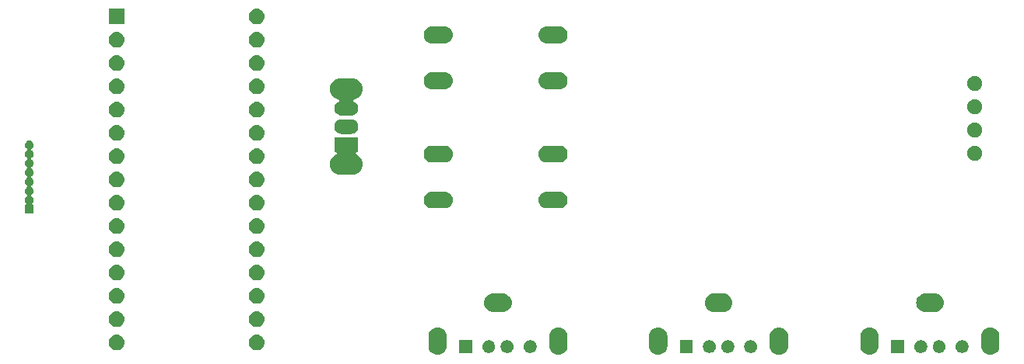
<source format=gbr>
G04 #@! TF.GenerationSoftware,KiCad,Pcbnew,5.1.1-8be2ce7~80~ubuntu16.04.1*
G04 #@! TF.CreationDate,2019-04-17T15:24:41+02:00*
G04 #@! TF.ProjectId,ConNano,436f6e4e-616e-46f2-9e6b-696361645f70,rev?*
G04 #@! TF.SameCoordinates,Original*
G04 #@! TF.FileFunction,Soldermask,Bot*
G04 #@! TF.FilePolarity,Negative*
%FSLAX46Y46*%
G04 Gerber Fmt 4.6, Leading zero omitted, Abs format (unit mm)*
G04 Created by KiCad (PCBNEW 5.1.1-8be2ce7~80~ubuntu16.04.1) date 2019-04-17 15:24:41*
%MOMM*%
%LPD*%
G04 APERTURE LIST*
%ADD10C,0.100000*%
G04 APERTURE END LIST*
D10*
G36*
X80126228Y-90913483D02*
G01*
X80314922Y-90970723D01*
X80488815Y-91063671D01*
X80641239Y-91188761D01*
X80766329Y-91341185D01*
X80859277Y-91515078D01*
X80916517Y-91703772D01*
X80931000Y-91850825D01*
X80931000Y-92949175D01*
X80916517Y-93096228D01*
X80859277Y-93284922D01*
X80766329Y-93458815D01*
X80641239Y-93611239D01*
X80488815Y-93736329D01*
X80314921Y-93829277D01*
X80126227Y-93886517D01*
X79930000Y-93905843D01*
X79733772Y-93886517D01*
X79545078Y-93829277D01*
X79371185Y-93736329D01*
X79218761Y-93611239D01*
X79093671Y-93458815D01*
X79000723Y-93284921D01*
X78943483Y-93096227D01*
X78929000Y-92949174D01*
X78929000Y-91850825D01*
X78943483Y-91703769D01*
X79000722Y-91515081D01*
X79093672Y-91341185D01*
X79218762Y-91188761D01*
X79371186Y-91063671D01*
X79545079Y-90970723D01*
X79733773Y-90913483D01*
X79930000Y-90894157D01*
X80126228Y-90913483D01*
X80126228Y-90913483D01*
G37*
G36*
X93266227Y-90913483D02*
G01*
X93454921Y-90970723D01*
X93628815Y-91063671D01*
X93781239Y-91188761D01*
X93906329Y-91341185D01*
X93999277Y-91515078D01*
X94056517Y-91703772D01*
X94071000Y-91850825D01*
X94071000Y-92949175D01*
X94056517Y-93096228D01*
X93999277Y-93284922D01*
X93906329Y-93458815D01*
X93781239Y-93611239D01*
X93628815Y-93736329D01*
X93454922Y-93829277D01*
X93266228Y-93886517D01*
X93070000Y-93905843D01*
X92873773Y-93886517D01*
X92685079Y-93829277D01*
X92511186Y-93736329D01*
X92358762Y-93611239D01*
X92233672Y-93458815D01*
X92140722Y-93284919D01*
X92083483Y-93096231D01*
X92069000Y-92949175D01*
X92069000Y-91850826D01*
X92083483Y-91703773D01*
X92140723Y-91515079D01*
X92233671Y-91341185D01*
X92358761Y-91188761D01*
X92511185Y-91063671D01*
X92685078Y-90970723D01*
X92873772Y-90913483D01*
X93070000Y-90894157D01*
X93266227Y-90913483D01*
X93266227Y-90913483D01*
G37*
G36*
X127126228Y-90913483D02*
G01*
X127314922Y-90970723D01*
X127488815Y-91063671D01*
X127641239Y-91188761D01*
X127766329Y-91341185D01*
X127859277Y-91515078D01*
X127916517Y-91703772D01*
X127931000Y-91850825D01*
X127931000Y-92949175D01*
X127916517Y-93096228D01*
X127859277Y-93284922D01*
X127766329Y-93458815D01*
X127641239Y-93611239D01*
X127488815Y-93736329D01*
X127314921Y-93829277D01*
X127126227Y-93886517D01*
X126930000Y-93905843D01*
X126733772Y-93886517D01*
X126545078Y-93829277D01*
X126371185Y-93736329D01*
X126218761Y-93611239D01*
X126093671Y-93458815D01*
X126000723Y-93284921D01*
X125943483Y-93096227D01*
X125929000Y-92949174D01*
X125929000Y-91850825D01*
X125943483Y-91703769D01*
X126000722Y-91515081D01*
X126093672Y-91341185D01*
X126218762Y-91188761D01*
X126371186Y-91063671D01*
X126545079Y-90970723D01*
X126733773Y-90913483D01*
X126930000Y-90894157D01*
X127126228Y-90913483D01*
X127126228Y-90913483D01*
G37*
G36*
X140266227Y-90913483D02*
G01*
X140454921Y-90970723D01*
X140628815Y-91063671D01*
X140781239Y-91188761D01*
X140906329Y-91341185D01*
X140999277Y-91515078D01*
X141056517Y-91703772D01*
X141071000Y-91850825D01*
X141071000Y-92949175D01*
X141056517Y-93096228D01*
X140999277Y-93284922D01*
X140906329Y-93458815D01*
X140781239Y-93611239D01*
X140628815Y-93736329D01*
X140454922Y-93829277D01*
X140266228Y-93886517D01*
X140070000Y-93905843D01*
X139873773Y-93886517D01*
X139685079Y-93829277D01*
X139511186Y-93736329D01*
X139358762Y-93611239D01*
X139233672Y-93458815D01*
X139140722Y-93284919D01*
X139083483Y-93096231D01*
X139069000Y-92949175D01*
X139069000Y-91850826D01*
X139083483Y-91703773D01*
X139140723Y-91515079D01*
X139233671Y-91341185D01*
X139358761Y-91188761D01*
X139511185Y-91063671D01*
X139685078Y-90970723D01*
X139873772Y-90913483D01*
X140070000Y-90894157D01*
X140266227Y-90913483D01*
X140266227Y-90913483D01*
G37*
G36*
X117266227Y-90913483D02*
G01*
X117454921Y-90970723D01*
X117628815Y-91063671D01*
X117781239Y-91188761D01*
X117906329Y-91341185D01*
X117999277Y-91515078D01*
X118056517Y-91703772D01*
X118071000Y-91850825D01*
X118071000Y-92949175D01*
X118056517Y-93096228D01*
X117999277Y-93284922D01*
X117906329Y-93458815D01*
X117781239Y-93611239D01*
X117628815Y-93736329D01*
X117454922Y-93829277D01*
X117266228Y-93886517D01*
X117070000Y-93905843D01*
X116873773Y-93886517D01*
X116685079Y-93829277D01*
X116511186Y-93736329D01*
X116358762Y-93611239D01*
X116233672Y-93458815D01*
X116140722Y-93284919D01*
X116083483Y-93096231D01*
X116069000Y-92949175D01*
X116069000Y-91850826D01*
X116083483Y-91703773D01*
X116140723Y-91515079D01*
X116233671Y-91341185D01*
X116358761Y-91188761D01*
X116511185Y-91063671D01*
X116685078Y-90970723D01*
X116873772Y-90913483D01*
X117070000Y-90894157D01*
X117266227Y-90913483D01*
X117266227Y-90913483D01*
G37*
G36*
X104126228Y-90913483D02*
G01*
X104314922Y-90970723D01*
X104488815Y-91063671D01*
X104641239Y-91188761D01*
X104766329Y-91341185D01*
X104859277Y-91515078D01*
X104916517Y-91703772D01*
X104931000Y-91850825D01*
X104931000Y-92949175D01*
X104916517Y-93096228D01*
X104859277Y-93284922D01*
X104766329Y-93458815D01*
X104641239Y-93611239D01*
X104488815Y-93736329D01*
X104314921Y-93829277D01*
X104126227Y-93886517D01*
X103930000Y-93905843D01*
X103733772Y-93886517D01*
X103545078Y-93829277D01*
X103371185Y-93736329D01*
X103218761Y-93611239D01*
X103093671Y-93458815D01*
X103000723Y-93284921D01*
X102943483Y-93096227D01*
X102929000Y-92949174D01*
X102929000Y-91850825D01*
X102943483Y-91703769D01*
X103000722Y-91515081D01*
X103093672Y-91341185D01*
X103218762Y-91188761D01*
X103371186Y-91063671D01*
X103545079Y-90970723D01*
X103733773Y-90913483D01*
X103930000Y-90894157D01*
X104126228Y-90913483D01*
X104126228Y-90913483D01*
G37*
G36*
X87704473Y-92325938D02*
G01*
X87832049Y-92378782D01*
X87946859Y-92455495D01*
X88044505Y-92553141D01*
X88121218Y-92667951D01*
X88174062Y-92795527D01*
X88201000Y-92930956D01*
X88201000Y-93069044D01*
X88174062Y-93204473D01*
X88121218Y-93332049D01*
X88044505Y-93446859D01*
X87946859Y-93544505D01*
X87832049Y-93621218D01*
X87704473Y-93674062D01*
X87569044Y-93701000D01*
X87430956Y-93701000D01*
X87295527Y-93674062D01*
X87167951Y-93621218D01*
X87053141Y-93544505D01*
X86955495Y-93446859D01*
X86878782Y-93332049D01*
X86825938Y-93204473D01*
X86799000Y-93069044D01*
X86799000Y-92930956D01*
X86825938Y-92795527D01*
X86878782Y-92667951D01*
X86955495Y-92553141D01*
X87053141Y-92455495D01*
X87167951Y-92378782D01*
X87295527Y-92325938D01*
X87430956Y-92299000D01*
X87569044Y-92299000D01*
X87704473Y-92325938D01*
X87704473Y-92325938D01*
G37*
G36*
X114204473Y-92325938D02*
G01*
X114332049Y-92378782D01*
X114446859Y-92455495D01*
X114544505Y-92553141D01*
X114621218Y-92667951D01*
X114674062Y-92795527D01*
X114701000Y-92930956D01*
X114701000Y-93069044D01*
X114674062Y-93204473D01*
X114621218Y-93332049D01*
X114544505Y-93446859D01*
X114446859Y-93544505D01*
X114332049Y-93621218D01*
X114204473Y-93674062D01*
X114069044Y-93701000D01*
X113930956Y-93701000D01*
X113795527Y-93674062D01*
X113667951Y-93621218D01*
X113553141Y-93544505D01*
X113455495Y-93446859D01*
X113378782Y-93332049D01*
X113325938Y-93204473D01*
X113299000Y-93069044D01*
X113299000Y-92930956D01*
X113325938Y-92795527D01*
X113378782Y-92667951D01*
X113455495Y-92553141D01*
X113553141Y-92455495D01*
X113667951Y-92378782D01*
X113795527Y-92325938D01*
X113930956Y-92299000D01*
X114069044Y-92299000D01*
X114204473Y-92325938D01*
X114204473Y-92325938D01*
G37*
G36*
X111704473Y-92325938D02*
G01*
X111832049Y-92378782D01*
X111946859Y-92455495D01*
X112044505Y-92553141D01*
X112121218Y-92667951D01*
X112174062Y-92795527D01*
X112201000Y-92930956D01*
X112201000Y-93069044D01*
X112174062Y-93204473D01*
X112121218Y-93332049D01*
X112044505Y-93446859D01*
X111946859Y-93544505D01*
X111832049Y-93621218D01*
X111704473Y-93674062D01*
X111569044Y-93701000D01*
X111430956Y-93701000D01*
X111295527Y-93674062D01*
X111167951Y-93621218D01*
X111053141Y-93544505D01*
X110955495Y-93446859D01*
X110878782Y-93332049D01*
X110825938Y-93204473D01*
X110799000Y-93069044D01*
X110799000Y-92930956D01*
X110825938Y-92795527D01*
X110878782Y-92667951D01*
X110955495Y-92553141D01*
X111053141Y-92455495D01*
X111167951Y-92378782D01*
X111295527Y-92325938D01*
X111430956Y-92299000D01*
X111569044Y-92299000D01*
X111704473Y-92325938D01*
X111704473Y-92325938D01*
G37*
G36*
X109704473Y-92325938D02*
G01*
X109832049Y-92378782D01*
X109946859Y-92455495D01*
X110044505Y-92553141D01*
X110121218Y-92667951D01*
X110174062Y-92795527D01*
X110201000Y-92930956D01*
X110201000Y-93069044D01*
X110174062Y-93204473D01*
X110121218Y-93332049D01*
X110044505Y-93446859D01*
X109946859Y-93544505D01*
X109832049Y-93621218D01*
X109704473Y-93674062D01*
X109569044Y-93701000D01*
X109430956Y-93701000D01*
X109295527Y-93674062D01*
X109167951Y-93621218D01*
X109053141Y-93544505D01*
X108955495Y-93446859D01*
X108878782Y-93332049D01*
X108825938Y-93204473D01*
X108799000Y-93069044D01*
X108799000Y-92930956D01*
X108825938Y-92795527D01*
X108878782Y-92667951D01*
X108955495Y-92553141D01*
X109053141Y-92455495D01*
X109167951Y-92378782D01*
X109295527Y-92325938D01*
X109430956Y-92299000D01*
X109569044Y-92299000D01*
X109704473Y-92325938D01*
X109704473Y-92325938D01*
G37*
G36*
X107701000Y-93701000D02*
G01*
X106299000Y-93701000D01*
X106299000Y-92299000D01*
X107701000Y-92299000D01*
X107701000Y-93701000D01*
X107701000Y-93701000D01*
G37*
G36*
X137204473Y-92325938D02*
G01*
X137332049Y-92378782D01*
X137446859Y-92455495D01*
X137544505Y-92553141D01*
X137621218Y-92667951D01*
X137674062Y-92795527D01*
X137701000Y-92930956D01*
X137701000Y-93069044D01*
X137674062Y-93204473D01*
X137621218Y-93332049D01*
X137544505Y-93446859D01*
X137446859Y-93544505D01*
X137332049Y-93621218D01*
X137204473Y-93674062D01*
X137069044Y-93701000D01*
X136930956Y-93701000D01*
X136795527Y-93674062D01*
X136667951Y-93621218D01*
X136553141Y-93544505D01*
X136455495Y-93446859D01*
X136378782Y-93332049D01*
X136325938Y-93204473D01*
X136299000Y-93069044D01*
X136299000Y-92930956D01*
X136325938Y-92795527D01*
X136378782Y-92667951D01*
X136455495Y-92553141D01*
X136553141Y-92455495D01*
X136667951Y-92378782D01*
X136795527Y-92325938D01*
X136930956Y-92299000D01*
X137069044Y-92299000D01*
X137204473Y-92325938D01*
X137204473Y-92325938D01*
G37*
G36*
X134704473Y-92325938D02*
G01*
X134832049Y-92378782D01*
X134946859Y-92455495D01*
X135044505Y-92553141D01*
X135121218Y-92667951D01*
X135174062Y-92795527D01*
X135201000Y-92930956D01*
X135201000Y-93069044D01*
X135174062Y-93204473D01*
X135121218Y-93332049D01*
X135044505Y-93446859D01*
X134946859Y-93544505D01*
X134832049Y-93621218D01*
X134704473Y-93674062D01*
X134569044Y-93701000D01*
X134430956Y-93701000D01*
X134295527Y-93674062D01*
X134167951Y-93621218D01*
X134053141Y-93544505D01*
X133955495Y-93446859D01*
X133878782Y-93332049D01*
X133825938Y-93204473D01*
X133799000Y-93069044D01*
X133799000Y-92930956D01*
X133825938Y-92795527D01*
X133878782Y-92667951D01*
X133955495Y-92553141D01*
X134053141Y-92455495D01*
X134167951Y-92378782D01*
X134295527Y-92325938D01*
X134430956Y-92299000D01*
X134569044Y-92299000D01*
X134704473Y-92325938D01*
X134704473Y-92325938D01*
G37*
G36*
X132704473Y-92325938D02*
G01*
X132832049Y-92378782D01*
X132946859Y-92455495D01*
X133044505Y-92553141D01*
X133121218Y-92667951D01*
X133174062Y-92795527D01*
X133201000Y-92930956D01*
X133201000Y-93069044D01*
X133174062Y-93204473D01*
X133121218Y-93332049D01*
X133044505Y-93446859D01*
X132946859Y-93544505D01*
X132832049Y-93621218D01*
X132704473Y-93674062D01*
X132569044Y-93701000D01*
X132430956Y-93701000D01*
X132295527Y-93674062D01*
X132167951Y-93621218D01*
X132053141Y-93544505D01*
X131955495Y-93446859D01*
X131878782Y-93332049D01*
X131825938Y-93204473D01*
X131799000Y-93069044D01*
X131799000Y-92930956D01*
X131825938Y-92795527D01*
X131878782Y-92667951D01*
X131955495Y-92553141D01*
X132053141Y-92455495D01*
X132167951Y-92378782D01*
X132295527Y-92325938D01*
X132430956Y-92299000D01*
X132569044Y-92299000D01*
X132704473Y-92325938D01*
X132704473Y-92325938D01*
G37*
G36*
X130701000Y-93701000D02*
G01*
X129299000Y-93701000D01*
X129299000Y-92299000D01*
X130701000Y-92299000D01*
X130701000Y-93701000D01*
X130701000Y-93701000D01*
G37*
G36*
X83701000Y-93701000D02*
G01*
X82299000Y-93701000D01*
X82299000Y-92299000D01*
X83701000Y-92299000D01*
X83701000Y-93701000D01*
X83701000Y-93701000D01*
G37*
G36*
X85704473Y-92325938D02*
G01*
X85832049Y-92378782D01*
X85946859Y-92455495D01*
X86044505Y-92553141D01*
X86121218Y-92667951D01*
X86174062Y-92795527D01*
X86201000Y-92930956D01*
X86201000Y-93069044D01*
X86174062Y-93204473D01*
X86121218Y-93332049D01*
X86044505Y-93446859D01*
X85946859Y-93544505D01*
X85832049Y-93621218D01*
X85704473Y-93674062D01*
X85569044Y-93701000D01*
X85430956Y-93701000D01*
X85295527Y-93674062D01*
X85167951Y-93621218D01*
X85053141Y-93544505D01*
X84955495Y-93446859D01*
X84878782Y-93332049D01*
X84825938Y-93204473D01*
X84799000Y-93069044D01*
X84799000Y-92930956D01*
X84825938Y-92795527D01*
X84878782Y-92667951D01*
X84955495Y-92553141D01*
X85053141Y-92455495D01*
X85167951Y-92378782D01*
X85295527Y-92325938D01*
X85430956Y-92299000D01*
X85569044Y-92299000D01*
X85704473Y-92325938D01*
X85704473Y-92325938D01*
G37*
G36*
X90204473Y-92325938D02*
G01*
X90332049Y-92378782D01*
X90446859Y-92455495D01*
X90544505Y-92553141D01*
X90621218Y-92667951D01*
X90674062Y-92795527D01*
X90701000Y-92930956D01*
X90701000Y-93069044D01*
X90674062Y-93204473D01*
X90621218Y-93332049D01*
X90544505Y-93446859D01*
X90446859Y-93544505D01*
X90332049Y-93621218D01*
X90204473Y-93674062D01*
X90069044Y-93701000D01*
X89930956Y-93701000D01*
X89795527Y-93674062D01*
X89667951Y-93621218D01*
X89553141Y-93544505D01*
X89455495Y-93446859D01*
X89378782Y-93332049D01*
X89325938Y-93204473D01*
X89299000Y-93069044D01*
X89299000Y-92930956D01*
X89325938Y-92795527D01*
X89378782Y-92667951D01*
X89455495Y-92553141D01*
X89553141Y-92455495D01*
X89667951Y-92378782D01*
X89795527Y-92325938D01*
X89930956Y-92299000D01*
X90069044Y-92299000D01*
X90204473Y-92325938D01*
X90204473Y-92325938D01*
G37*
G36*
X60406823Y-91721313D02*
G01*
X60567242Y-91769976D01*
X60699906Y-91840886D01*
X60715078Y-91848996D01*
X60844659Y-91955341D01*
X60951004Y-92084922D01*
X60951005Y-92084924D01*
X61030024Y-92232758D01*
X61078687Y-92393177D01*
X61095117Y-92560000D01*
X61078687Y-92726823D01*
X61030024Y-92887242D01*
X60996920Y-92949175D01*
X60951004Y-93035078D01*
X60844659Y-93164659D01*
X60715078Y-93271004D01*
X60715076Y-93271005D01*
X60567242Y-93350024D01*
X60406823Y-93398687D01*
X60281804Y-93411000D01*
X60198196Y-93411000D01*
X60073177Y-93398687D01*
X59912758Y-93350024D01*
X59764924Y-93271005D01*
X59764922Y-93271004D01*
X59635341Y-93164659D01*
X59528996Y-93035078D01*
X59483080Y-92949175D01*
X59449976Y-92887242D01*
X59401313Y-92726823D01*
X59384883Y-92560000D01*
X59401313Y-92393177D01*
X59449976Y-92232758D01*
X59528995Y-92084924D01*
X59528996Y-92084922D01*
X59635341Y-91955341D01*
X59764922Y-91848996D01*
X59780094Y-91840886D01*
X59912758Y-91769976D01*
X60073177Y-91721313D01*
X60198196Y-91709000D01*
X60281804Y-91709000D01*
X60406823Y-91721313D01*
X60406823Y-91721313D01*
G37*
G36*
X45166823Y-91721313D02*
G01*
X45327242Y-91769976D01*
X45459906Y-91840886D01*
X45475078Y-91848996D01*
X45604659Y-91955341D01*
X45711004Y-92084922D01*
X45711005Y-92084924D01*
X45790024Y-92232758D01*
X45838687Y-92393177D01*
X45855117Y-92560000D01*
X45838687Y-92726823D01*
X45790024Y-92887242D01*
X45756920Y-92949175D01*
X45711004Y-93035078D01*
X45604659Y-93164659D01*
X45475078Y-93271004D01*
X45475076Y-93271005D01*
X45327242Y-93350024D01*
X45166823Y-93398687D01*
X45041804Y-93411000D01*
X44958196Y-93411000D01*
X44833177Y-93398687D01*
X44672758Y-93350024D01*
X44524924Y-93271005D01*
X44524922Y-93271004D01*
X44395341Y-93164659D01*
X44288996Y-93035078D01*
X44243080Y-92949175D01*
X44209976Y-92887242D01*
X44161313Y-92726823D01*
X44144883Y-92560000D01*
X44161313Y-92393177D01*
X44209976Y-92232758D01*
X44288995Y-92084924D01*
X44288996Y-92084922D01*
X44395341Y-91955341D01*
X44524922Y-91848996D01*
X44540094Y-91840886D01*
X44672758Y-91769976D01*
X44833177Y-91721313D01*
X44958196Y-91709000D01*
X45041804Y-91709000D01*
X45166823Y-91721313D01*
X45166823Y-91721313D01*
G37*
G36*
X45166823Y-89181313D02*
G01*
X45327242Y-89229976D01*
X45459906Y-89300886D01*
X45475078Y-89308996D01*
X45604659Y-89415341D01*
X45711004Y-89544922D01*
X45711005Y-89544924D01*
X45790024Y-89692758D01*
X45838687Y-89853177D01*
X45855117Y-90020000D01*
X45838687Y-90186823D01*
X45790024Y-90347242D01*
X45719114Y-90479906D01*
X45711004Y-90495078D01*
X45604659Y-90624659D01*
X45475078Y-90731004D01*
X45475076Y-90731005D01*
X45327242Y-90810024D01*
X45166823Y-90858687D01*
X45041804Y-90871000D01*
X44958196Y-90871000D01*
X44833177Y-90858687D01*
X44672758Y-90810024D01*
X44524924Y-90731005D01*
X44524922Y-90731004D01*
X44395341Y-90624659D01*
X44288996Y-90495078D01*
X44280886Y-90479906D01*
X44209976Y-90347242D01*
X44161313Y-90186823D01*
X44144883Y-90020000D01*
X44161313Y-89853177D01*
X44209976Y-89692758D01*
X44288995Y-89544924D01*
X44288996Y-89544922D01*
X44395341Y-89415341D01*
X44524922Y-89308996D01*
X44540094Y-89300886D01*
X44672758Y-89229976D01*
X44833177Y-89181313D01*
X44958196Y-89169000D01*
X45041804Y-89169000D01*
X45166823Y-89181313D01*
X45166823Y-89181313D01*
G37*
G36*
X60406823Y-89181313D02*
G01*
X60567242Y-89229976D01*
X60699906Y-89300886D01*
X60715078Y-89308996D01*
X60844659Y-89415341D01*
X60951004Y-89544922D01*
X60951005Y-89544924D01*
X61030024Y-89692758D01*
X61078687Y-89853177D01*
X61095117Y-90020000D01*
X61078687Y-90186823D01*
X61030024Y-90347242D01*
X60959114Y-90479906D01*
X60951004Y-90495078D01*
X60844659Y-90624659D01*
X60715078Y-90731004D01*
X60715076Y-90731005D01*
X60567242Y-90810024D01*
X60406823Y-90858687D01*
X60281804Y-90871000D01*
X60198196Y-90871000D01*
X60073177Y-90858687D01*
X59912758Y-90810024D01*
X59764924Y-90731005D01*
X59764922Y-90731004D01*
X59635341Y-90624659D01*
X59528996Y-90495078D01*
X59520886Y-90479906D01*
X59449976Y-90347242D01*
X59401313Y-90186823D01*
X59384883Y-90020000D01*
X59401313Y-89853177D01*
X59449976Y-89692758D01*
X59528995Y-89544924D01*
X59528996Y-89544922D01*
X59635341Y-89415341D01*
X59764922Y-89308996D01*
X59780094Y-89300886D01*
X59912758Y-89229976D01*
X60073177Y-89181313D01*
X60198196Y-89169000D01*
X60281804Y-89169000D01*
X60406823Y-89181313D01*
X60406823Y-89181313D01*
G37*
G36*
X87196228Y-87233483D02*
G01*
X87384922Y-87290723D01*
X87558815Y-87383671D01*
X87711239Y-87508761D01*
X87836329Y-87661185D01*
X87929277Y-87835078D01*
X87986517Y-88023772D01*
X88005843Y-88220000D01*
X87986517Y-88416228D01*
X87929277Y-88604922D01*
X87836329Y-88778815D01*
X87711239Y-88931239D01*
X87558815Y-89056329D01*
X87384922Y-89149277D01*
X87196228Y-89206517D01*
X87049175Y-89221000D01*
X85950825Y-89221000D01*
X85803772Y-89206517D01*
X85615078Y-89149277D01*
X85441185Y-89056329D01*
X85288761Y-88931239D01*
X85163671Y-88778815D01*
X85070723Y-88604922D01*
X85013483Y-88416228D01*
X84994157Y-88220000D01*
X85013483Y-88023772D01*
X85070723Y-87835078D01*
X85163671Y-87661185D01*
X85288761Y-87508761D01*
X85441185Y-87383671D01*
X85615078Y-87290723D01*
X85803772Y-87233483D01*
X85950825Y-87219000D01*
X87049175Y-87219000D01*
X87196228Y-87233483D01*
X87196228Y-87233483D01*
G37*
G36*
X111196228Y-87233483D02*
G01*
X111384922Y-87290723D01*
X111558815Y-87383671D01*
X111711239Y-87508761D01*
X111836329Y-87661185D01*
X111929277Y-87835078D01*
X111986517Y-88023772D01*
X112005843Y-88220000D01*
X111986517Y-88416228D01*
X111929277Y-88604922D01*
X111836329Y-88778815D01*
X111711239Y-88931239D01*
X111558815Y-89056329D01*
X111384922Y-89149277D01*
X111196228Y-89206517D01*
X111049175Y-89221000D01*
X109950825Y-89221000D01*
X109803772Y-89206517D01*
X109615078Y-89149277D01*
X109441185Y-89056329D01*
X109288761Y-88931239D01*
X109163671Y-88778815D01*
X109070723Y-88604922D01*
X109013483Y-88416228D01*
X108994157Y-88220000D01*
X109013483Y-88023772D01*
X109070723Y-87835078D01*
X109163671Y-87661185D01*
X109288761Y-87508761D01*
X109441185Y-87383671D01*
X109615078Y-87290723D01*
X109803772Y-87233483D01*
X109950825Y-87219000D01*
X111049175Y-87219000D01*
X111196228Y-87233483D01*
X111196228Y-87233483D01*
G37*
G36*
X134196228Y-87233483D02*
G01*
X134384922Y-87290723D01*
X134558815Y-87383671D01*
X134711239Y-87508761D01*
X134836329Y-87661185D01*
X134929277Y-87835078D01*
X134986517Y-88023772D01*
X135005843Y-88220000D01*
X134986517Y-88416228D01*
X134929277Y-88604922D01*
X134836329Y-88778815D01*
X134711239Y-88931239D01*
X134558815Y-89056329D01*
X134384922Y-89149277D01*
X134196228Y-89206517D01*
X134049175Y-89221000D01*
X132950825Y-89221000D01*
X132803772Y-89206517D01*
X132615078Y-89149277D01*
X132441185Y-89056329D01*
X132288761Y-88931239D01*
X132163671Y-88778815D01*
X132070723Y-88604922D01*
X132013483Y-88416228D01*
X131994157Y-88220000D01*
X132013483Y-88023772D01*
X132070723Y-87835078D01*
X132163671Y-87661185D01*
X132288761Y-87508761D01*
X132441185Y-87383671D01*
X132615078Y-87290723D01*
X132803772Y-87233483D01*
X132950825Y-87219000D01*
X134049175Y-87219000D01*
X134196228Y-87233483D01*
X134196228Y-87233483D01*
G37*
G36*
X60406823Y-86641313D02*
G01*
X60567242Y-86689976D01*
X60699906Y-86760886D01*
X60715078Y-86768996D01*
X60844659Y-86875341D01*
X60951004Y-87004922D01*
X60951005Y-87004924D01*
X61030024Y-87152758D01*
X61078687Y-87313177D01*
X61095117Y-87480000D01*
X61078687Y-87646823D01*
X61030024Y-87807242D01*
X60959114Y-87939906D01*
X60951004Y-87955078D01*
X60844659Y-88084659D01*
X60715078Y-88191004D01*
X60715076Y-88191005D01*
X60567242Y-88270024D01*
X60406823Y-88318687D01*
X60281804Y-88331000D01*
X60198196Y-88331000D01*
X60073177Y-88318687D01*
X59912758Y-88270024D01*
X59764924Y-88191005D01*
X59764922Y-88191004D01*
X59635341Y-88084659D01*
X59528996Y-87955078D01*
X59520886Y-87939906D01*
X59449976Y-87807242D01*
X59401313Y-87646823D01*
X59384883Y-87480000D01*
X59401313Y-87313177D01*
X59449976Y-87152758D01*
X59528995Y-87004924D01*
X59528996Y-87004922D01*
X59635341Y-86875341D01*
X59764922Y-86768996D01*
X59780094Y-86760886D01*
X59912758Y-86689976D01*
X60073177Y-86641313D01*
X60198196Y-86629000D01*
X60281804Y-86629000D01*
X60406823Y-86641313D01*
X60406823Y-86641313D01*
G37*
G36*
X45166823Y-86641313D02*
G01*
X45327242Y-86689976D01*
X45459906Y-86760886D01*
X45475078Y-86768996D01*
X45604659Y-86875341D01*
X45711004Y-87004922D01*
X45711005Y-87004924D01*
X45790024Y-87152758D01*
X45838687Y-87313177D01*
X45855117Y-87480000D01*
X45838687Y-87646823D01*
X45790024Y-87807242D01*
X45719114Y-87939906D01*
X45711004Y-87955078D01*
X45604659Y-88084659D01*
X45475078Y-88191004D01*
X45475076Y-88191005D01*
X45327242Y-88270024D01*
X45166823Y-88318687D01*
X45041804Y-88331000D01*
X44958196Y-88331000D01*
X44833177Y-88318687D01*
X44672758Y-88270024D01*
X44524924Y-88191005D01*
X44524922Y-88191004D01*
X44395341Y-88084659D01*
X44288996Y-87955078D01*
X44280886Y-87939906D01*
X44209976Y-87807242D01*
X44161313Y-87646823D01*
X44144883Y-87480000D01*
X44161313Y-87313177D01*
X44209976Y-87152758D01*
X44288995Y-87004924D01*
X44288996Y-87004922D01*
X44395341Y-86875341D01*
X44524922Y-86768996D01*
X44540094Y-86760886D01*
X44672758Y-86689976D01*
X44833177Y-86641313D01*
X44958196Y-86629000D01*
X45041804Y-86629000D01*
X45166823Y-86641313D01*
X45166823Y-86641313D01*
G37*
G36*
X60406823Y-84101313D02*
G01*
X60567242Y-84149976D01*
X60699906Y-84220886D01*
X60715078Y-84228996D01*
X60844659Y-84335341D01*
X60951004Y-84464922D01*
X60951005Y-84464924D01*
X61030024Y-84612758D01*
X61078687Y-84773177D01*
X61095117Y-84940000D01*
X61078687Y-85106823D01*
X61030024Y-85267242D01*
X60959114Y-85399906D01*
X60951004Y-85415078D01*
X60844659Y-85544659D01*
X60715078Y-85651004D01*
X60715076Y-85651005D01*
X60567242Y-85730024D01*
X60406823Y-85778687D01*
X60281804Y-85791000D01*
X60198196Y-85791000D01*
X60073177Y-85778687D01*
X59912758Y-85730024D01*
X59764924Y-85651005D01*
X59764922Y-85651004D01*
X59635341Y-85544659D01*
X59528996Y-85415078D01*
X59520886Y-85399906D01*
X59449976Y-85267242D01*
X59401313Y-85106823D01*
X59384883Y-84940000D01*
X59401313Y-84773177D01*
X59449976Y-84612758D01*
X59528995Y-84464924D01*
X59528996Y-84464922D01*
X59635341Y-84335341D01*
X59764922Y-84228996D01*
X59780094Y-84220886D01*
X59912758Y-84149976D01*
X60073177Y-84101313D01*
X60198196Y-84089000D01*
X60281804Y-84089000D01*
X60406823Y-84101313D01*
X60406823Y-84101313D01*
G37*
G36*
X45166823Y-84101313D02*
G01*
X45327242Y-84149976D01*
X45459906Y-84220886D01*
X45475078Y-84228996D01*
X45604659Y-84335341D01*
X45711004Y-84464922D01*
X45711005Y-84464924D01*
X45790024Y-84612758D01*
X45838687Y-84773177D01*
X45855117Y-84940000D01*
X45838687Y-85106823D01*
X45790024Y-85267242D01*
X45719114Y-85399906D01*
X45711004Y-85415078D01*
X45604659Y-85544659D01*
X45475078Y-85651004D01*
X45475076Y-85651005D01*
X45327242Y-85730024D01*
X45166823Y-85778687D01*
X45041804Y-85791000D01*
X44958196Y-85791000D01*
X44833177Y-85778687D01*
X44672758Y-85730024D01*
X44524924Y-85651005D01*
X44524922Y-85651004D01*
X44395341Y-85544659D01*
X44288996Y-85415078D01*
X44280886Y-85399906D01*
X44209976Y-85267242D01*
X44161313Y-85106823D01*
X44144883Y-84940000D01*
X44161313Y-84773177D01*
X44209976Y-84612758D01*
X44288995Y-84464924D01*
X44288996Y-84464922D01*
X44395341Y-84335341D01*
X44524922Y-84228996D01*
X44540094Y-84220886D01*
X44672758Y-84149976D01*
X44833177Y-84101313D01*
X44958196Y-84089000D01*
X45041804Y-84089000D01*
X45166823Y-84101313D01*
X45166823Y-84101313D01*
G37*
G36*
X60406823Y-81561313D02*
G01*
X60567242Y-81609976D01*
X60699906Y-81680886D01*
X60715078Y-81688996D01*
X60844659Y-81795341D01*
X60951004Y-81924922D01*
X60951005Y-81924924D01*
X61030024Y-82072758D01*
X61078687Y-82233177D01*
X61095117Y-82400000D01*
X61078687Y-82566823D01*
X61030024Y-82727242D01*
X60959114Y-82859906D01*
X60951004Y-82875078D01*
X60844659Y-83004659D01*
X60715078Y-83111004D01*
X60715076Y-83111005D01*
X60567242Y-83190024D01*
X60406823Y-83238687D01*
X60281804Y-83251000D01*
X60198196Y-83251000D01*
X60073177Y-83238687D01*
X59912758Y-83190024D01*
X59764924Y-83111005D01*
X59764922Y-83111004D01*
X59635341Y-83004659D01*
X59528996Y-82875078D01*
X59520886Y-82859906D01*
X59449976Y-82727242D01*
X59401313Y-82566823D01*
X59384883Y-82400000D01*
X59401313Y-82233177D01*
X59449976Y-82072758D01*
X59528995Y-81924924D01*
X59528996Y-81924922D01*
X59635341Y-81795341D01*
X59764922Y-81688996D01*
X59780094Y-81680886D01*
X59912758Y-81609976D01*
X60073177Y-81561313D01*
X60198196Y-81549000D01*
X60281804Y-81549000D01*
X60406823Y-81561313D01*
X60406823Y-81561313D01*
G37*
G36*
X45166823Y-81561313D02*
G01*
X45327242Y-81609976D01*
X45459906Y-81680886D01*
X45475078Y-81688996D01*
X45604659Y-81795341D01*
X45711004Y-81924922D01*
X45711005Y-81924924D01*
X45790024Y-82072758D01*
X45838687Y-82233177D01*
X45855117Y-82400000D01*
X45838687Y-82566823D01*
X45790024Y-82727242D01*
X45719114Y-82859906D01*
X45711004Y-82875078D01*
X45604659Y-83004659D01*
X45475078Y-83111004D01*
X45475076Y-83111005D01*
X45327242Y-83190024D01*
X45166823Y-83238687D01*
X45041804Y-83251000D01*
X44958196Y-83251000D01*
X44833177Y-83238687D01*
X44672758Y-83190024D01*
X44524924Y-83111005D01*
X44524922Y-83111004D01*
X44395341Y-83004659D01*
X44288996Y-82875078D01*
X44280886Y-82859906D01*
X44209976Y-82727242D01*
X44161313Y-82566823D01*
X44144883Y-82400000D01*
X44161313Y-82233177D01*
X44209976Y-82072758D01*
X44288995Y-81924924D01*
X44288996Y-81924922D01*
X44395341Y-81795341D01*
X44524922Y-81688996D01*
X44540094Y-81680886D01*
X44672758Y-81609976D01*
X44833177Y-81561313D01*
X44958196Y-81549000D01*
X45041804Y-81549000D01*
X45166823Y-81561313D01*
X45166823Y-81561313D01*
G37*
G36*
X60406823Y-79021313D02*
G01*
X60567242Y-79069976D01*
X60699906Y-79140886D01*
X60715078Y-79148996D01*
X60844659Y-79255341D01*
X60951004Y-79384922D01*
X60951005Y-79384924D01*
X61030024Y-79532758D01*
X61078687Y-79693177D01*
X61095117Y-79860000D01*
X61078687Y-80026823D01*
X61030024Y-80187242D01*
X60959114Y-80319906D01*
X60951004Y-80335078D01*
X60844659Y-80464659D01*
X60715078Y-80571004D01*
X60715076Y-80571005D01*
X60567242Y-80650024D01*
X60406823Y-80698687D01*
X60281804Y-80711000D01*
X60198196Y-80711000D01*
X60073177Y-80698687D01*
X59912758Y-80650024D01*
X59764924Y-80571005D01*
X59764922Y-80571004D01*
X59635341Y-80464659D01*
X59528996Y-80335078D01*
X59520886Y-80319906D01*
X59449976Y-80187242D01*
X59401313Y-80026823D01*
X59384883Y-79860000D01*
X59401313Y-79693177D01*
X59449976Y-79532758D01*
X59528995Y-79384924D01*
X59528996Y-79384922D01*
X59635341Y-79255341D01*
X59764922Y-79148996D01*
X59780094Y-79140886D01*
X59912758Y-79069976D01*
X60073177Y-79021313D01*
X60198196Y-79009000D01*
X60281804Y-79009000D01*
X60406823Y-79021313D01*
X60406823Y-79021313D01*
G37*
G36*
X45166823Y-79021313D02*
G01*
X45327242Y-79069976D01*
X45459906Y-79140886D01*
X45475078Y-79148996D01*
X45604659Y-79255341D01*
X45711004Y-79384922D01*
X45711005Y-79384924D01*
X45790024Y-79532758D01*
X45838687Y-79693177D01*
X45855117Y-79860000D01*
X45838687Y-80026823D01*
X45790024Y-80187242D01*
X45719114Y-80319906D01*
X45711004Y-80335078D01*
X45604659Y-80464659D01*
X45475078Y-80571004D01*
X45475076Y-80571005D01*
X45327242Y-80650024D01*
X45166823Y-80698687D01*
X45041804Y-80711000D01*
X44958196Y-80711000D01*
X44833177Y-80698687D01*
X44672758Y-80650024D01*
X44524924Y-80571005D01*
X44524922Y-80571004D01*
X44395341Y-80464659D01*
X44288996Y-80335078D01*
X44280886Y-80319906D01*
X44209976Y-80187242D01*
X44161313Y-80026823D01*
X44144883Y-79860000D01*
X44161313Y-79693177D01*
X44209976Y-79532758D01*
X44288995Y-79384924D01*
X44288996Y-79384922D01*
X44395341Y-79255341D01*
X44524922Y-79148996D01*
X44540094Y-79140886D01*
X44672758Y-79069976D01*
X44833177Y-79021313D01*
X44958196Y-79009000D01*
X45041804Y-79009000D01*
X45166823Y-79021313D01*
X45166823Y-79021313D01*
G37*
G36*
X35593312Y-70530887D02*
G01*
X35683039Y-70558106D01*
X35765731Y-70602306D01*
X35838211Y-70661789D01*
X35897694Y-70734269D01*
X35941894Y-70816961D01*
X35969113Y-70906688D01*
X35978303Y-71000000D01*
X35969113Y-71093312D01*
X35941894Y-71183039D01*
X35897694Y-71265731D01*
X35838211Y-71338211D01*
X35765731Y-71397694D01*
X35765726Y-71397697D01*
X35758808Y-71403374D01*
X35741481Y-71420701D01*
X35727867Y-71441075D01*
X35718490Y-71463714D01*
X35713709Y-71487747D01*
X35713709Y-71512251D01*
X35718489Y-71536285D01*
X35727866Y-71558924D01*
X35741480Y-71579298D01*
X35758808Y-71596626D01*
X35765726Y-71602303D01*
X35765731Y-71602306D01*
X35838211Y-71661789D01*
X35897694Y-71734269D01*
X35941894Y-71816961D01*
X35969113Y-71906688D01*
X35978303Y-72000000D01*
X35969113Y-72093312D01*
X35941894Y-72183039D01*
X35897694Y-72265731D01*
X35838211Y-72338211D01*
X35765731Y-72397694D01*
X35765726Y-72397697D01*
X35758808Y-72403374D01*
X35741481Y-72420701D01*
X35727867Y-72441075D01*
X35718490Y-72463714D01*
X35713709Y-72487747D01*
X35713709Y-72512251D01*
X35718489Y-72536285D01*
X35727866Y-72558924D01*
X35741480Y-72579298D01*
X35758808Y-72596626D01*
X35765726Y-72602303D01*
X35765731Y-72602306D01*
X35838211Y-72661789D01*
X35897694Y-72734269D01*
X35941894Y-72816961D01*
X35969113Y-72906688D01*
X35978303Y-73000000D01*
X35969113Y-73093312D01*
X35941894Y-73183039D01*
X35897694Y-73265731D01*
X35838211Y-73338211D01*
X35765731Y-73397694D01*
X35765726Y-73397697D01*
X35758808Y-73403374D01*
X35741481Y-73420701D01*
X35727867Y-73441075D01*
X35718490Y-73463714D01*
X35713709Y-73487747D01*
X35713709Y-73512251D01*
X35718489Y-73536285D01*
X35727866Y-73558924D01*
X35741480Y-73579298D01*
X35758808Y-73596626D01*
X35765726Y-73602303D01*
X35765731Y-73602306D01*
X35838211Y-73661789D01*
X35897694Y-73734269D01*
X35941894Y-73816961D01*
X35969113Y-73906688D01*
X35978303Y-74000000D01*
X35969113Y-74093312D01*
X35941894Y-74183039D01*
X35897694Y-74265731D01*
X35838211Y-74338211D01*
X35765731Y-74397694D01*
X35765726Y-74397697D01*
X35758808Y-74403374D01*
X35741481Y-74420701D01*
X35727867Y-74441075D01*
X35718490Y-74463714D01*
X35713709Y-74487747D01*
X35713709Y-74512251D01*
X35718489Y-74536285D01*
X35727866Y-74558924D01*
X35741480Y-74579298D01*
X35758808Y-74596626D01*
X35765726Y-74602303D01*
X35765731Y-74602306D01*
X35838211Y-74661789D01*
X35897694Y-74734269D01*
X35941894Y-74816961D01*
X35969113Y-74906688D01*
X35978303Y-75000000D01*
X35969113Y-75093312D01*
X35941894Y-75183039D01*
X35897694Y-75265731D01*
X35838211Y-75338211D01*
X35765731Y-75397694D01*
X35765726Y-75397697D01*
X35758808Y-75403374D01*
X35741481Y-75420701D01*
X35727867Y-75441075D01*
X35718490Y-75463714D01*
X35713709Y-75487747D01*
X35713709Y-75512251D01*
X35718489Y-75536285D01*
X35727866Y-75558924D01*
X35741480Y-75579298D01*
X35758808Y-75596626D01*
X35765726Y-75602303D01*
X35765731Y-75602306D01*
X35838211Y-75661789D01*
X35897694Y-75734269D01*
X35941894Y-75816961D01*
X35969113Y-75906688D01*
X35978303Y-76000000D01*
X35969113Y-76093312D01*
X35941894Y-76183039D01*
X35897694Y-76265731D01*
X35838211Y-76338211D01*
X35765731Y-76397694D01*
X35765726Y-76397697D01*
X35758808Y-76403374D01*
X35741481Y-76420701D01*
X35727867Y-76441075D01*
X35718490Y-76463714D01*
X35713709Y-76487747D01*
X35713709Y-76512251D01*
X35718489Y-76536285D01*
X35727866Y-76558924D01*
X35741480Y-76579298D01*
X35758808Y-76596626D01*
X35765726Y-76602303D01*
X35765731Y-76602306D01*
X35838211Y-76661789D01*
X35897694Y-76734269D01*
X35941894Y-76816961D01*
X35969113Y-76906688D01*
X35978303Y-77000000D01*
X35969113Y-77093312D01*
X35941894Y-77183039D01*
X35897694Y-77265731D01*
X35853394Y-77319711D01*
X35839786Y-77340077D01*
X35830408Y-77362716D01*
X35825628Y-77386749D01*
X35825628Y-77411253D01*
X35830408Y-77435286D01*
X35839786Y-77457925D01*
X35853400Y-77478300D01*
X35870727Y-77495627D01*
X35891101Y-77509240D01*
X35913740Y-77518618D01*
X35950025Y-77524000D01*
X35976000Y-77524000D01*
X35976000Y-78476000D01*
X35024000Y-78476000D01*
X35024000Y-77524000D01*
X35049975Y-77524000D01*
X35074361Y-77521598D01*
X35097810Y-77514485D01*
X35119421Y-77502934D01*
X35138363Y-77487389D01*
X35153908Y-77468447D01*
X35165459Y-77446836D01*
X35172572Y-77423387D01*
X35174974Y-77399001D01*
X35172572Y-77374615D01*
X35165459Y-77351166D01*
X35146604Y-77319708D01*
X35102306Y-77265731D01*
X35058106Y-77183039D01*
X35030887Y-77093312D01*
X35021697Y-77000000D01*
X35030887Y-76906688D01*
X35058106Y-76816961D01*
X35102306Y-76734269D01*
X35161789Y-76661789D01*
X35234269Y-76602306D01*
X35234274Y-76602303D01*
X35241192Y-76596626D01*
X35258519Y-76579299D01*
X35272133Y-76558925D01*
X35281510Y-76536286D01*
X35286291Y-76512253D01*
X35286291Y-76487749D01*
X35281511Y-76463715D01*
X35272134Y-76441076D01*
X35258520Y-76420702D01*
X35241192Y-76403374D01*
X35234274Y-76397697D01*
X35234269Y-76397694D01*
X35161789Y-76338211D01*
X35102306Y-76265731D01*
X35058106Y-76183039D01*
X35030887Y-76093312D01*
X35021697Y-76000000D01*
X35030887Y-75906688D01*
X35058106Y-75816961D01*
X35102306Y-75734269D01*
X35161789Y-75661789D01*
X35234269Y-75602306D01*
X35234274Y-75602303D01*
X35241192Y-75596626D01*
X35258519Y-75579299D01*
X35272133Y-75558925D01*
X35281510Y-75536286D01*
X35286291Y-75512253D01*
X35286291Y-75487749D01*
X35281511Y-75463715D01*
X35272134Y-75441076D01*
X35258520Y-75420702D01*
X35241192Y-75403374D01*
X35234274Y-75397697D01*
X35234269Y-75397694D01*
X35161789Y-75338211D01*
X35102306Y-75265731D01*
X35058106Y-75183039D01*
X35030887Y-75093312D01*
X35021697Y-75000000D01*
X35030887Y-74906688D01*
X35058106Y-74816961D01*
X35102306Y-74734269D01*
X35161789Y-74661789D01*
X35234269Y-74602306D01*
X35234274Y-74602303D01*
X35241192Y-74596626D01*
X35258519Y-74579299D01*
X35272133Y-74558925D01*
X35281510Y-74536286D01*
X35286291Y-74512253D01*
X35286291Y-74487749D01*
X35281511Y-74463715D01*
X35272134Y-74441076D01*
X35258520Y-74420702D01*
X35241192Y-74403374D01*
X35234274Y-74397697D01*
X35234269Y-74397694D01*
X35161789Y-74338211D01*
X35102306Y-74265731D01*
X35058106Y-74183039D01*
X35030887Y-74093312D01*
X35021697Y-74000000D01*
X35030887Y-73906688D01*
X35058106Y-73816961D01*
X35102306Y-73734269D01*
X35161789Y-73661789D01*
X35234269Y-73602306D01*
X35234274Y-73602303D01*
X35241192Y-73596626D01*
X35258519Y-73579299D01*
X35272133Y-73558925D01*
X35281510Y-73536286D01*
X35286291Y-73512253D01*
X35286291Y-73487749D01*
X35281511Y-73463715D01*
X35272134Y-73441076D01*
X35258520Y-73420702D01*
X35241192Y-73403374D01*
X35234274Y-73397697D01*
X35234269Y-73397694D01*
X35161789Y-73338211D01*
X35102306Y-73265731D01*
X35058106Y-73183039D01*
X35030887Y-73093312D01*
X35021697Y-73000000D01*
X35030887Y-72906688D01*
X35058106Y-72816961D01*
X35102306Y-72734269D01*
X35161789Y-72661789D01*
X35234269Y-72602306D01*
X35234274Y-72602303D01*
X35241192Y-72596626D01*
X35258519Y-72579299D01*
X35272133Y-72558925D01*
X35281510Y-72536286D01*
X35286291Y-72512253D01*
X35286291Y-72487749D01*
X35281511Y-72463715D01*
X35272134Y-72441076D01*
X35258520Y-72420702D01*
X35241192Y-72403374D01*
X35234274Y-72397697D01*
X35234269Y-72397694D01*
X35161789Y-72338211D01*
X35102306Y-72265731D01*
X35058106Y-72183039D01*
X35030887Y-72093312D01*
X35021697Y-72000000D01*
X35030887Y-71906688D01*
X35058106Y-71816961D01*
X35102306Y-71734269D01*
X35161789Y-71661789D01*
X35234269Y-71602306D01*
X35234274Y-71602303D01*
X35241192Y-71596626D01*
X35258519Y-71579299D01*
X35272133Y-71558925D01*
X35281510Y-71536286D01*
X35286291Y-71512253D01*
X35286291Y-71487749D01*
X35281511Y-71463715D01*
X35272134Y-71441076D01*
X35258520Y-71420702D01*
X35241192Y-71403374D01*
X35234274Y-71397697D01*
X35234269Y-71397694D01*
X35161789Y-71338211D01*
X35102306Y-71265731D01*
X35058106Y-71183039D01*
X35030887Y-71093312D01*
X35021697Y-71000000D01*
X35030887Y-70906688D01*
X35058106Y-70816961D01*
X35102306Y-70734269D01*
X35161789Y-70661789D01*
X35234269Y-70602306D01*
X35316961Y-70558106D01*
X35406688Y-70530887D01*
X35476616Y-70524000D01*
X35523384Y-70524000D01*
X35593312Y-70530887D01*
X35593312Y-70530887D01*
G37*
G36*
X45166823Y-76481313D02*
G01*
X45327242Y-76529976D01*
X45451935Y-76596626D01*
X45475078Y-76608996D01*
X45604659Y-76715341D01*
X45711004Y-76844922D01*
X45711005Y-76844924D01*
X45790024Y-76992758D01*
X45838687Y-77153177D01*
X45855117Y-77320000D01*
X45838687Y-77486823D01*
X45790024Y-77647242D01*
X45727540Y-77764141D01*
X45711004Y-77795078D01*
X45604659Y-77924659D01*
X45475078Y-78031004D01*
X45475076Y-78031005D01*
X45327242Y-78110024D01*
X45166823Y-78158687D01*
X45041804Y-78171000D01*
X44958196Y-78171000D01*
X44833177Y-78158687D01*
X44672758Y-78110024D01*
X44524924Y-78031005D01*
X44524922Y-78031004D01*
X44395341Y-77924659D01*
X44288996Y-77795078D01*
X44272460Y-77764141D01*
X44209976Y-77647242D01*
X44161313Y-77486823D01*
X44144883Y-77320000D01*
X44161313Y-77153177D01*
X44209976Y-76992758D01*
X44288995Y-76844924D01*
X44288996Y-76844922D01*
X44395341Y-76715341D01*
X44524922Y-76608996D01*
X44548065Y-76596626D01*
X44672758Y-76529976D01*
X44833177Y-76481313D01*
X44958196Y-76469000D01*
X45041804Y-76469000D01*
X45166823Y-76481313D01*
X45166823Y-76481313D01*
G37*
G36*
X60406823Y-76481313D02*
G01*
X60567242Y-76529976D01*
X60691935Y-76596626D01*
X60715078Y-76608996D01*
X60844659Y-76715341D01*
X60951004Y-76844922D01*
X60951005Y-76844924D01*
X61030024Y-76992758D01*
X61078687Y-77153177D01*
X61095117Y-77320000D01*
X61078687Y-77486823D01*
X61030024Y-77647242D01*
X60967540Y-77764141D01*
X60951004Y-77795078D01*
X60844659Y-77924659D01*
X60715078Y-78031004D01*
X60715076Y-78031005D01*
X60567242Y-78110024D01*
X60406823Y-78158687D01*
X60281804Y-78171000D01*
X60198196Y-78171000D01*
X60073177Y-78158687D01*
X59912758Y-78110024D01*
X59764924Y-78031005D01*
X59764922Y-78031004D01*
X59635341Y-77924659D01*
X59528996Y-77795078D01*
X59512460Y-77764141D01*
X59449976Y-77647242D01*
X59401313Y-77486823D01*
X59384883Y-77320000D01*
X59401313Y-77153177D01*
X59449976Y-76992758D01*
X59528995Y-76844924D01*
X59528996Y-76844922D01*
X59635341Y-76715341D01*
X59764922Y-76608996D01*
X59788065Y-76596626D01*
X59912758Y-76529976D01*
X60073177Y-76481313D01*
X60198196Y-76469000D01*
X60281804Y-76469000D01*
X60406823Y-76481313D01*
X60406823Y-76481313D01*
G37*
G36*
X93339694Y-76098633D02*
G01*
X93512095Y-76150931D01*
X93670983Y-76235858D01*
X93810249Y-76350151D01*
X93924542Y-76489417D01*
X94009469Y-76648305D01*
X94061767Y-76820706D01*
X94079425Y-77000000D01*
X94061767Y-77179294D01*
X94009469Y-77351695D01*
X93924542Y-77510583D01*
X93810249Y-77649849D01*
X93670983Y-77764142D01*
X93512095Y-77849069D01*
X93339694Y-77901367D01*
X93205331Y-77914600D01*
X91794669Y-77914600D01*
X91660306Y-77901367D01*
X91487905Y-77849069D01*
X91329017Y-77764142D01*
X91189751Y-77649849D01*
X91075458Y-77510583D01*
X90990531Y-77351695D01*
X90938233Y-77179294D01*
X90920575Y-77000000D01*
X90938233Y-76820706D01*
X90990531Y-76648305D01*
X91075458Y-76489417D01*
X91189751Y-76350151D01*
X91329017Y-76235858D01*
X91487905Y-76150931D01*
X91660306Y-76098633D01*
X91794669Y-76085400D01*
X93205331Y-76085400D01*
X93339694Y-76098633D01*
X93339694Y-76098633D01*
G37*
G36*
X80839694Y-76098633D02*
G01*
X81012095Y-76150931D01*
X81170983Y-76235858D01*
X81310249Y-76350151D01*
X81424542Y-76489417D01*
X81509469Y-76648305D01*
X81561767Y-76820706D01*
X81579425Y-77000000D01*
X81561767Y-77179294D01*
X81509469Y-77351695D01*
X81424542Y-77510583D01*
X81310249Y-77649849D01*
X81170983Y-77764142D01*
X81012095Y-77849069D01*
X80839694Y-77901367D01*
X80705331Y-77914600D01*
X79294669Y-77914600D01*
X79160306Y-77901367D01*
X78987905Y-77849069D01*
X78829017Y-77764142D01*
X78689751Y-77649849D01*
X78575458Y-77510583D01*
X78490531Y-77351695D01*
X78438233Y-77179294D01*
X78420575Y-77000000D01*
X78438233Y-76820706D01*
X78490531Y-76648305D01*
X78575458Y-76489417D01*
X78689751Y-76350151D01*
X78829017Y-76235858D01*
X78987905Y-76150931D01*
X79160306Y-76098633D01*
X79294669Y-76085400D01*
X80705331Y-76085400D01*
X80839694Y-76098633D01*
X80839694Y-76098633D01*
G37*
G36*
X60406823Y-73941313D02*
G01*
X60567242Y-73989976D01*
X60699906Y-74060886D01*
X60715078Y-74068996D01*
X60844659Y-74175341D01*
X60951004Y-74304922D01*
X60951005Y-74304924D01*
X61030024Y-74452758D01*
X61030025Y-74452761D01*
X61033348Y-74463715D01*
X61078687Y-74613177D01*
X61095117Y-74780000D01*
X61078687Y-74946823D01*
X61030024Y-75107242D01*
X60959114Y-75239906D01*
X60951004Y-75255078D01*
X60844659Y-75384659D01*
X60715078Y-75491004D01*
X60715076Y-75491005D01*
X60567242Y-75570024D01*
X60406823Y-75618687D01*
X60281804Y-75631000D01*
X60198196Y-75631000D01*
X60073177Y-75618687D01*
X59912758Y-75570024D01*
X59764924Y-75491005D01*
X59764922Y-75491004D01*
X59635341Y-75384659D01*
X59528996Y-75255078D01*
X59520886Y-75239906D01*
X59449976Y-75107242D01*
X59401313Y-74946823D01*
X59384883Y-74780000D01*
X59401313Y-74613177D01*
X59446652Y-74463715D01*
X59449975Y-74452761D01*
X59449976Y-74452758D01*
X59528995Y-74304924D01*
X59528996Y-74304922D01*
X59635341Y-74175341D01*
X59764922Y-74068996D01*
X59780094Y-74060886D01*
X59912758Y-73989976D01*
X60073177Y-73941313D01*
X60198196Y-73929000D01*
X60281804Y-73929000D01*
X60406823Y-73941313D01*
X60406823Y-73941313D01*
G37*
G36*
X45166823Y-73941313D02*
G01*
X45327242Y-73989976D01*
X45459906Y-74060886D01*
X45475078Y-74068996D01*
X45604659Y-74175341D01*
X45711004Y-74304922D01*
X45711005Y-74304924D01*
X45790024Y-74452758D01*
X45790025Y-74452761D01*
X45793348Y-74463715D01*
X45838687Y-74613177D01*
X45855117Y-74780000D01*
X45838687Y-74946823D01*
X45790024Y-75107242D01*
X45719114Y-75239906D01*
X45711004Y-75255078D01*
X45604659Y-75384659D01*
X45475078Y-75491004D01*
X45475076Y-75491005D01*
X45327242Y-75570024D01*
X45166823Y-75618687D01*
X45041804Y-75631000D01*
X44958196Y-75631000D01*
X44833177Y-75618687D01*
X44672758Y-75570024D01*
X44524924Y-75491005D01*
X44524922Y-75491004D01*
X44395341Y-75384659D01*
X44288996Y-75255078D01*
X44280886Y-75239906D01*
X44209976Y-75107242D01*
X44161313Y-74946823D01*
X44144883Y-74780000D01*
X44161313Y-74613177D01*
X44206652Y-74463715D01*
X44209975Y-74452761D01*
X44209976Y-74452758D01*
X44288995Y-74304924D01*
X44288996Y-74304922D01*
X44395341Y-74175341D01*
X44524922Y-74068996D01*
X44540094Y-74060886D01*
X44672758Y-73989976D01*
X44833177Y-73941313D01*
X44958196Y-73929000D01*
X45041804Y-73929000D01*
X45166823Y-73941313D01*
X45166823Y-73941313D01*
G37*
G36*
X71301000Y-71801000D02*
G01*
X71160445Y-71801000D01*
X71136059Y-71803402D01*
X71112610Y-71810515D01*
X71090999Y-71822066D01*
X71072057Y-71837611D01*
X71056512Y-71856553D01*
X71044961Y-71878164D01*
X71037848Y-71901613D01*
X71035446Y-71925999D01*
X71037848Y-71950385D01*
X71044961Y-71973834D01*
X71056512Y-71995445D01*
X71072057Y-72014387D01*
X71090999Y-72029932D01*
X71101521Y-72036238D01*
X71292555Y-72138347D01*
X71467818Y-72282182D01*
X71611653Y-72457445D01*
X71686046Y-72596626D01*
X71718530Y-72657400D01*
X71784346Y-72874365D01*
X71806569Y-73100000D01*
X71784346Y-73325635D01*
X71720446Y-73536285D01*
X71718529Y-73542602D01*
X71611653Y-73742555D01*
X71467818Y-73917818D01*
X71292555Y-74061653D01*
X71092602Y-74168529D01*
X71092600Y-74168530D01*
X70875635Y-74234346D01*
X70819271Y-74239897D01*
X70706545Y-74251000D01*
X69293455Y-74251000D01*
X69180729Y-74239897D01*
X69124365Y-74234346D01*
X68907400Y-74168530D01*
X68907398Y-74168529D01*
X68707445Y-74061653D01*
X68532182Y-73917818D01*
X68388347Y-73742555D01*
X68281471Y-73542602D01*
X68279555Y-73536285D01*
X68215654Y-73325635D01*
X68193431Y-73100000D01*
X68215654Y-72874365D01*
X68281470Y-72657400D01*
X68313954Y-72596626D01*
X68388347Y-72457445D01*
X68532182Y-72282182D01*
X68707445Y-72138347D01*
X68898479Y-72036238D01*
X68918853Y-72022625D01*
X68936180Y-72005298D01*
X68949794Y-71984923D01*
X68959172Y-71962285D01*
X68963952Y-71938251D01*
X68963952Y-71913747D01*
X68959172Y-71889714D01*
X68949794Y-71867075D01*
X68936181Y-71846701D01*
X68918854Y-71829374D01*
X68898479Y-71815760D01*
X68875841Y-71806382D01*
X68851807Y-71801602D01*
X68839555Y-71801000D01*
X68699000Y-71801000D01*
X68699000Y-70199000D01*
X71301000Y-70199000D01*
X71301000Y-71801000D01*
X71301000Y-71801000D01*
G37*
G36*
X45166823Y-71401313D02*
G01*
X45327242Y-71449976D01*
X45443750Y-71512251D01*
X45475078Y-71528996D01*
X45604659Y-71635341D01*
X45711004Y-71764922D01*
X45711005Y-71764924D01*
X45790024Y-71912758D01*
X45838687Y-72073177D01*
X45855117Y-72240000D01*
X45838687Y-72406823D01*
X45790024Y-72567242D01*
X45722400Y-72693757D01*
X45711004Y-72715078D01*
X45604659Y-72844659D01*
X45475078Y-72951004D01*
X45475076Y-72951005D01*
X45327242Y-73030024D01*
X45166823Y-73078687D01*
X45041804Y-73091000D01*
X44958196Y-73091000D01*
X44833177Y-73078687D01*
X44672758Y-73030024D01*
X44524924Y-72951005D01*
X44524922Y-72951004D01*
X44395341Y-72844659D01*
X44288996Y-72715078D01*
X44277600Y-72693757D01*
X44209976Y-72567242D01*
X44161313Y-72406823D01*
X44144883Y-72240000D01*
X44161313Y-72073177D01*
X44209976Y-71912758D01*
X44288995Y-71764924D01*
X44288996Y-71764922D01*
X44395341Y-71635341D01*
X44524922Y-71528996D01*
X44556250Y-71512251D01*
X44672758Y-71449976D01*
X44833177Y-71401313D01*
X44958196Y-71389000D01*
X45041804Y-71389000D01*
X45166823Y-71401313D01*
X45166823Y-71401313D01*
G37*
G36*
X60406823Y-71401313D02*
G01*
X60567242Y-71449976D01*
X60683750Y-71512251D01*
X60715078Y-71528996D01*
X60844659Y-71635341D01*
X60951004Y-71764922D01*
X60951005Y-71764924D01*
X61030024Y-71912758D01*
X61078687Y-72073177D01*
X61095117Y-72240000D01*
X61078687Y-72406823D01*
X61030024Y-72567242D01*
X60962400Y-72693757D01*
X60951004Y-72715078D01*
X60844659Y-72844659D01*
X60715078Y-72951004D01*
X60715076Y-72951005D01*
X60567242Y-73030024D01*
X60406823Y-73078687D01*
X60281804Y-73091000D01*
X60198196Y-73091000D01*
X60073177Y-73078687D01*
X59912758Y-73030024D01*
X59764924Y-72951005D01*
X59764922Y-72951004D01*
X59635341Y-72844659D01*
X59528996Y-72715078D01*
X59517600Y-72693757D01*
X59449976Y-72567242D01*
X59401313Y-72406823D01*
X59384883Y-72240000D01*
X59401313Y-72073177D01*
X59449976Y-71912758D01*
X59528995Y-71764924D01*
X59528996Y-71764922D01*
X59635341Y-71635341D01*
X59764922Y-71528996D01*
X59796250Y-71512251D01*
X59912758Y-71449976D01*
X60073177Y-71401313D01*
X60198196Y-71389000D01*
X60281804Y-71389000D01*
X60406823Y-71401313D01*
X60406823Y-71401313D01*
G37*
G36*
X80839694Y-71098633D02*
G01*
X81012095Y-71150931D01*
X81170983Y-71235858D01*
X81310249Y-71350151D01*
X81424542Y-71489417D01*
X81509469Y-71648305D01*
X81561767Y-71820706D01*
X81579425Y-72000000D01*
X81561767Y-72179294D01*
X81509469Y-72351695D01*
X81424542Y-72510583D01*
X81310249Y-72649849D01*
X81170983Y-72764142D01*
X81012095Y-72849069D01*
X80839694Y-72901367D01*
X80705331Y-72914600D01*
X79294669Y-72914600D01*
X79160306Y-72901367D01*
X78987905Y-72849069D01*
X78829017Y-72764142D01*
X78689751Y-72649849D01*
X78575458Y-72510583D01*
X78490531Y-72351695D01*
X78438233Y-72179294D01*
X78420575Y-72000000D01*
X78438233Y-71820706D01*
X78490531Y-71648305D01*
X78575458Y-71489417D01*
X78689751Y-71350151D01*
X78829017Y-71235858D01*
X78987905Y-71150931D01*
X79160306Y-71098633D01*
X79294669Y-71085400D01*
X80705331Y-71085400D01*
X80839694Y-71098633D01*
X80839694Y-71098633D01*
G37*
G36*
X93339694Y-71098633D02*
G01*
X93512095Y-71150931D01*
X93670983Y-71235858D01*
X93810249Y-71350151D01*
X93924542Y-71489417D01*
X94009469Y-71648305D01*
X94061767Y-71820706D01*
X94079425Y-72000000D01*
X94061767Y-72179294D01*
X94009469Y-72351695D01*
X93924542Y-72510583D01*
X93810249Y-72649849D01*
X93670983Y-72764142D01*
X93512095Y-72849069D01*
X93339694Y-72901367D01*
X93205331Y-72914600D01*
X91794669Y-72914600D01*
X91660306Y-72901367D01*
X91487905Y-72849069D01*
X91329017Y-72764142D01*
X91189751Y-72649849D01*
X91075458Y-72510583D01*
X90990531Y-72351695D01*
X90938233Y-72179294D01*
X90920575Y-72000000D01*
X90938233Y-71820706D01*
X90990531Y-71648305D01*
X91075458Y-71489417D01*
X91189751Y-71350151D01*
X91329017Y-71235858D01*
X91487905Y-71150931D01*
X91660306Y-71098633D01*
X91794669Y-71085400D01*
X93205331Y-71085400D01*
X93339694Y-71098633D01*
X93339694Y-71098633D01*
G37*
G36*
X138619142Y-71130242D02*
G01*
X138767101Y-71191529D01*
X138900255Y-71280499D01*
X139013501Y-71393745D01*
X139102471Y-71526899D01*
X139163758Y-71674858D01*
X139195000Y-71831925D01*
X139195000Y-71992075D01*
X139163758Y-72149142D01*
X139102471Y-72297101D01*
X139013501Y-72430255D01*
X138900255Y-72543501D01*
X138767101Y-72632471D01*
X138619142Y-72693758D01*
X138462075Y-72725000D01*
X138301925Y-72725000D01*
X138144858Y-72693758D01*
X137996899Y-72632471D01*
X137863745Y-72543501D01*
X137750499Y-72430255D01*
X137661529Y-72297101D01*
X137600242Y-72149142D01*
X137569000Y-71992075D01*
X137569000Y-71831925D01*
X137600242Y-71674858D01*
X137661529Y-71526899D01*
X137750499Y-71393745D01*
X137863745Y-71280499D01*
X137996899Y-71191529D01*
X138144858Y-71130242D01*
X138301925Y-71099000D01*
X138462075Y-71099000D01*
X138619142Y-71130242D01*
X138619142Y-71130242D01*
G37*
G36*
X60406823Y-68861313D02*
G01*
X60567242Y-68909976D01*
X60699906Y-68980886D01*
X60715078Y-68988996D01*
X60844659Y-69095341D01*
X60951004Y-69224922D01*
X60951005Y-69224924D01*
X61030024Y-69372758D01*
X61078687Y-69533177D01*
X61095117Y-69700000D01*
X61078687Y-69866823D01*
X61030024Y-70027242D01*
X60995158Y-70092471D01*
X60951004Y-70175078D01*
X60844659Y-70304659D01*
X60715078Y-70411004D01*
X60715076Y-70411005D01*
X60567242Y-70490024D01*
X60406823Y-70538687D01*
X60281804Y-70551000D01*
X60198196Y-70551000D01*
X60073177Y-70538687D01*
X59912758Y-70490024D01*
X59764924Y-70411005D01*
X59764922Y-70411004D01*
X59635341Y-70304659D01*
X59528996Y-70175078D01*
X59484842Y-70092471D01*
X59449976Y-70027242D01*
X59401313Y-69866823D01*
X59384883Y-69700000D01*
X59401313Y-69533177D01*
X59449976Y-69372758D01*
X59528995Y-69224924D01*
X59528996Y-69224922D01*
X59635341Y-69095341D01*
X59764922Y-68988996D01*
X59780094Y-68980886D01*
X59912758Y-68909976D01*
X60073177Y-68861313D01*
X60198196Y-68849000D01*
X60281804Y-68849000D01*
X60406823Y-68861313D01*
X60406823Y-68861313D01*
G37*
G36*
X45166823Y-68861313D02*
G01*
X45327242Y-68909976D01*
X45459906Y-68980886D01*
X45475078Y-68988996D01*
X45604659Y-69095341D01*
X45711004Y-69224922D01*
X45711005Y-69224924D01*
X45790024Y-69372758D01*
X45838687Y-69533177D01*
X45855117Y-69700000D01*
X45838687Y-69866823D01*
X45790024Y-70027242D01*
X45755158Y-70092471D01*
X45711004Y-70175078D01*
X45604659Y-70304659D01*
X45475078Y-70411004D01*
X45475076Y-70411005D01*
X45327242Y-70490024D01*
X45166823Y-70538687D01*
X45041804Y-70551000D01*
X44958196Y-70551000D01*
X44833177Y-70538687D01*
X44672758Y-70490024D01*
X44524924Y-70411005D01*
X44524922Y-70411004D01*
X44395341Y-70304659D01*
X44288996Y-70175078D01*
X44244842Y-70092471D01*
X44209976Y-70027242D01*
X44161313Y-69866823D01*
X44144883Y-69700000D01*
X44161313Y-69533177D01*
X44209976Y-69372758D01*
X44288995Y-69224924D01*
X44288996Y-69224922D01*
X44395341Y-69095341D01*
X44524922Y-68988996D01*
X44540094Y-68980886D01*
X44672758Y-68909976D01*
X44833177Y-68861313D01*
X44958196Y-68849000D01*
X45041804Y-68849000D01*
X45166823Y-68861313D01*
X45166823Y-68861313D01*
G37*
G36*
X138619142Y-68590242D02*
G01*
X138767101Y-68651529D01*
X138900255Y-68740499D01*
X139013501Y-68853745D01*
X139102471Y-68986899D01*
X139163758Y-69134858D01*
X139195000Y-69291925D01*
X139195000Y-69452075D01*
X139163758Y-69609142D01*
X139102471Y-69757101D01*
X139013501Y-69890255D01*
X138900255Y-70003501D01*
X138767101Y-70092471D01*
X138619142Y-70153758D01*
X138462075Y-70185000D01*
X138301925Y-70185000D01*
X138144858Y-70153758D01*
X137996899Y-70092471D01*
X137863745Y-70003501D01*
X137750499Y-69890255D01*
X137661529Y-69757101D01*
X137600242Y-69609142D01*
X137569000Y-69452075D01*
X137569000Y-69291925D01*
X137600242Y-69134858D01*
X137661529Y-68986899D01*
X137750499Y-68853745D01*
X137863745Y-68740499D01*
X137996899Y-68651529D01*
X138144858Y-68590242D01*
X138301925Y-68559000D01*
X138462075Y-68559000D01*
X138619142Y-68590242D01*
X138619142Y-68590242D01*
G37*
G36*
X70578571Y-68202863D02*
G01*
X70657023Y-68210590D01*
X70757682Y-68241125D01*
X70808013Y-68256392D01*
X70947165Y-68330771D01*
X71069133Y-68430867D01*
X71169229Y-68552835D01*
X71243608Y-68691987D01*
X71243608Y-68691988D01*
X71289410Y-68842977D01*
X71304875Y-69000000D01*
X71289410Y-69157023D01*
X71268813Y-69224922D01*
X71243608Y-69308013D01*
X71169229Y-69447165D01*
X71069133Y-69569133D01*
X70947165Y-69669229D01*
X70808013Y-69743608D01*
X70763535Y-69757100D01*
X70657023Y-69789410D01*
X70578571Y-69797137D01*
X70539346Y-69801000D01*
X69460654Y-69801000D01*
X69421429Y-69797137D01*
X69342977Y-69789410D01*
X69236465Y-69757100D01*
X69191987Y-69743608D01*
X69052835Y-69669229D01*
X68930867Y-69569133D01*
X68830771Y-69447165D01*
X68756392Y-69308013D01*
X68731187Y-69224922D01*
X68710590Y-69157023D01*
X68695125Y-69000000D01*
X68710590Y-68842977D01*
X68756392Y-68691988D01*
X68756392Y-68691987D01*
X68830771Y-68552835D01*
X68930867Y-68430867D01*
X69052835Y-68330771D01*
X69191987Y-68256392D01*
X69242318Y-68241125D01*
X69342977Y-68210590D01*
X69421429Y-68202863D01*
X69460654Y-68199000D01*
X70539346Y-68199000D01*
X70578571Y-68202863D01*
X70578571Y-68202863D01*
G37*
G36*
X45166823Y-66321313D02*
G01*
X45327242Y-66369976D01*
X45441161Y-66430867D01*
X45475078Y-66448996D01*
X45604659Y-66555341D01*
X45711004Y-66684922D01*
X45711005Y-66684924D01*
X45790024Y-66832758D01*
X45838687Y-66993177D01*
X45855117Y-67160000D01*
X45838687Y-67326823D01*
X45790024Y-67487242D01*
X45755158Y-67552471D01*
X45711004Y-67635078D01*
X45604659Y-67764659D01*
X45475078Y-67871004D01*
X45475076Y-67871005D01*
X45327242Y-67950024D01*
X45166823Y-67998687D01*
X45041804Y-68011000D01*
X44958196Y-68011000D01*
X44833177Y-67998687D01*
X44672758Y-67950024D01*
X44524924Y-67871005D01*
X44524922Y-67871004D01*
X44395341Y-67764659D01*
X44288996Y-67635078D01*
X44244842Y-67552471D01*
X44209976Y-67487242D01*
X44161313Y-67326823D01*
X44144883Y-67160000D01*
X44161313Y-66993177D01*
X44209976Y-66832758D01*
X44288995Y-66684924D01*
X44288996Y-66684922D01*
X44395341Y-66555341D01*
X44524922Y-66448996D01*
X44558839Y-66430867D01*
X44672758Y-66369976D01*
X44833177Y-66321313D01*
X44958196Y-66309000D01*
X45041804Y-66309000D01*
X45166823Y-66321313D01*
X45166823Y-66321313D01*
G37*
G36*
X60406823Y-66321313D02*
G01*
X60567242Y-66369976D01*
X60681161Y-66430867D01*
X60715078Y-66448996D01*
X60844659Y-66555341D01*
X60951004Y-66684922D01*
X60951005Y-66684924D01*
X61030024Y-66832758D01*
X61078687Y-66993177D01*
X61095117Y-67160000D01*
X61078687Y-67326823D01*
X61030024Y-67487242D01*
X60995158Y-67552471D01*
X60951004Y-67635078D01*
X60844659Y-67764659D01*
X60715078Y-67871004D01*
X60715076Y-67871005D01*
X60567242Y-67950024D01*
X60406823Y-67998687D01*
X60281804Y-68011000D01*
X60198196Y-68011000D01*
X60073177Y-67998687D01*
X59912758Y-67950024D01*
X59764924Y-67871005D01*
X59764922Y-67871004D01*
X59635341Y-67764659D01*
X59528996Y-67635078D01*
X59484842Y-67552471D01*
X59449976Y-67487242D01*
X59401313Y-67326823D01*
X59384883Y-67160000D01*
X59401313Y-66993177D01*
X59449976Y-66832758D01*
X59528995Y-66684924D01*
X59528996Y-66684922D01*
X59635341Y-66555341D01*
X59764922Y-66448996D01*
X59798839Y-66430867D01*
X59912758Y-66369976D01*
X60073177Y-66321313D01*
X60198196Y-66309000D01*
X60281804Y-66309000D01*
X60406823Y-66321313D01*
X60406823Y-66321313D01*
G37*
G36*
X70819271Y-63760103D02*
G01*
X70875635Y-63765654D01*
X71092600Y-63831470D01*
X71092602Y-63831471D01*
X71292555Y-63938347D01*
X71467818Y-64082182D01*
X71611653Y-64257445D01*
X71672923Y-64372075D01*
X71718530Y-64457400D01*
X71784346Y-64674365D01*
X71806569Y-64900000D01*
X71784346Y-65125635D01*
X71722048Y-65331004D01*
X71718529Y-65342602D01*
X71611653Y-65542555D01*
X71467818Y-65717818D01*
X71292555Y-65861653D01*
X71092602Y-65968529D01*
X71092600Y-65968530D01*
X70875635Y-66034346D01*
X70875631Y-66034346D01*
X70873516Y-66034988D01*
X70853803Y-66038909D01*
X70831164Y-66048285D01*
X70810790Y-66061899D01*
X70793462Y-66079225D01*
X70779848Y-66099599D01*
X70770470Y-66122238D01*
X70765689Y-66146271D01*
X70765689Y-66170775D01*
X70770469Y-66194809D01*
X70779845Y-66217448D01*
X70793459Y-66237822D01*
X70810785Y-66255150D01*
X70831161Y-66268765D01*
X70947165Y-66330771D01*
X71069133Y-66430867D01*
X71169229Y-66552835D01*
X71243608Y-66691987D01*
X71243608Y-66691988D01*
X71289410Y-66842977D01*
X71304875Y-67000000D01*
X71289410Y-67157023D01*
X71258875Y-67257682D01*
X71243608Y-67308013D01*
X71169229Y-67447165D01*
X71069133Y-67569133D01*
X70947165Y-67669229D01*
X70808013Y-67743608D01*
X70757682Y-67758875D01*
X70657023Y-67789410D01*
X70578571Y-67797137D01*
X70539346Y-67801000D01*
X69460654Y-67801000D01*
X69421429Y-67797137D01*
X69342977Y-67789410D01*
X69242318Y-67758875D01*
X69191987Y-67743608D01*
X69052835Y-67669229D01*
X68930867Y-67569133D01*
X68830771Y-67447165D01*
X68756392Y-67308013D01*
X68741125Y-67257682D01*
X68710590Y-67157023D01*
X68695125Y-67000000D01*
X68710590Y-66842977D01*
X68756392Y-66691988D01*
X68756392Y-66691987D01*
X68830771Y-66552835D01*
X68930867Y-66430867D01*
X69052835Y-66330771D01*
X69168839Y-66268765D01*
X69189213Y-66255151D01*
X69206540Y-66237824D01*
X69220154Y-66217450D01*
X69229531Y-66194811D01*
X69234311Y-66170777D01*
X69234311Y-66146273D01*
X69229530Y-66122240D01*
X69220153Y-66099601D01*
X69206539Y-66079227D01*
X69189212Y-66061900D01*
X69168838Y-66048286D01*
X69146199Y-66038909D01*
X69126484Y-66034988D01*
X69124369Y-66034346D01*
X69124365Y-66034346D01*
X68907400Y-65968530D01*
X68907398Y-65968529D01*
X68707445Y-65861653D01*
X68532182Y-65717818D01*
X68388347Y-65542555D01*
X68281471Y-65342602D01*
X68277953Y-65331004D01*
X68215654Y-65125635D01*
X68193431Y-64900000D01*
X68215654Y-64674365D01*
X68281470Y-64457400D01*
X68327077Y-64372075D01*
X68388347Y-64257445D01*
X68532182Y-64082182D01*
X68707445Y-63938347D01*
X68907398Y-63831471D01*
X68907400Y-63831470D01*
X69124365Y-63765654D01*
X69180729Y-63760103D01*
X69293455Y-63749000D01*
X70706545Y-63749000D01*
X70819271Y-63760103D01*
X70819271Y-63760103D01*
G37*
G36*
X138619142Y-66050242D02*
G01*
X138767101Y-66111529D01*
X138900255Y-66200499D01*
X139013501Y-66313745D01*
X139102471Y-66446899D01*
X139163758Y-66594858D01*
X139195000Y-66751925D01*
X139195000Y-66912075D01*
X139163758Y-67069142D01*
X139102471Y-67217101D01*
X139013501Y-67350255D01*
X138900255Y-67463501D01*
X138767101Y-67552471D01*
X138619142Y-67613758D01*
X138462075Y-67645000D01*
X138301925Y-67645000D01*
X138144858Y-67613758D01*
X137996899Y-67552471D01*
X137863745Y-67463501D01*
X137750499Y-67350255D01*
X137661529Y-67217101D01*
X137600242Y-67069142D01*
X137569000Y-66912075D01*
X137569000Y-66751925D01*
X137600242Y-66594858D01*
X137661529Y-66446899D01*
X137750499Y-66313745D01*
X137863745Y-66200499D01*
X137996899Y-66111529D01*
X138144858Y-66050242D01*
X138301925Y-66019000D01*
X138462075Y-66019000D01*
X138619142Y-66050242D01*
X138619142Y-66050242D01*
G37*
G36*
X60406823Y-63781313D02*
G01*
X60567242Y-63829976D01*
X60699906Y-63900886D01*
X60715078Y-63908996D01*
X60844659Y-64015341D01*
X60951004Y-64144922D01*
X60951005Y-64144924D01*
X61030024Y-64292758D01*
X61078687Y-64453177D01*
X61095117Y-64620000D01*
X61078687Y-64786823D01*
X61030024Y-64947242D01*
X60995158Y-65012471D01*
X60951004Y-65095078D01*
X60844659Y-65224659D01*
X60715078Y-65331004D01*
X60715076Y-65331005D01*
X60567242Y-65410024D01*
X60406823Y-65458687D01*
X60281804Y-65471000D01*
X60198196Y-65471000D01*
X60073177Y-65458687D01*
X59912758Y-65410024D01*
X59764924Y-65331005D01*
X59764922Y-65331004D01*
X59635341Y-65224659D01*
X59528996Y-65095078D01*
X59484842Y-65012471D01*
X59449976Y-64947242D01*
X59401313Y-64786823D01*
X59384883Y-64620000D01*
X59401313Y-64453177D01*
X59449976Y-64292758D01*
X59528995Y-64144924D01*
X59528996Y-64144922D01*
X59635341Y-64015341D01*
X59764922Y-63908996D01*
X59780094Y-63900886D01*
X59912758Y-63829976D01*
X60073177Y-63781313D01*
X60198196Y-63769000D01*
X60281804Y-63769000D01*
X60406823Y-63781313D01*
X60406823Y-63781313D01*
G37*
G36*
X45166823Y-63781313D02*
G01*
X45327242Y-63829976D01*
X45459906Y-63900886D01*
X45475078Y-63908996D01*
X45604659Y-64015341D01*
X45711004Y-64144922D01*
X45711005Y-64144924D01*
X45790024Y-64292758D01*
X45838687Y-64453177D01*
X45855117Y-64620000D01*
X45838687Y-64786823D01*
X45790024Y-64947242D01*
X45755158Y-65012471D01*
X45711004Y-65095078D01*
X45604659Y-65224659D01*
X45475078Y-65331004D01*
X45475076Y-65331005D01*
X45327242Y-65410024D01*
X45166823Y-65458687D01*
X45041804Y-65471000D01*
X44958196Y-65471000D01*
X44833177Y-65458687D01*
X44672758Y-65410024D01*
X44524924Y-65331005D01*
X44524922Y-65331004D01*
X44395341Y-65224659D01*
X44288996Y-65095078D01*
X44244842Y-65012471D01*
X44209976Y-64947242D01*
X44161313Y-64786823D01*
X44144883Y-64620000D01*
X44161313Y-64453177D01*
X44209976Y-64292758D01*
X44288995Y-64144924D01*
X44288996Y-64144922D01*
X44395341Y-64015341D01*
X44524922Y-63908996D01*
X44540094Y-63900886D01*
X44672758Y-63829976D01*
X44833177Y-63781313D01*
X44958196Y-63769000D01*
X45041804Y-63769000D01*
X45166823Y-63781313D01*
X45166823Y-63781313D01*
G37*
G36*
X138619142Y-63510242D02*
G01*
X138767101Y-63571529D01*
X138900255Y-63660499D01*
X139013501Y-63773745D01*
X139102471Y-63906899D01*
X139163758Y-64054858D01*
X139195000Y-64211925D01*
X139195000Y-64372075D01*
X139163758Y-64529142D01*
X139102471Y-64677101D01*
X139013501Y-64810255D01*
X138900255Y-64923501D01*
X138767101Y-65012471D01*
X138619142Y-65073758D01*
X138462075Y-65105000D01*
X138301925Y-65105000D01*
X138144858Y-65073758D01*
X137996899Y-65012471D01*
X137863745Y-64923501D01*
X137750499Y-64810255D01*
X137661529Y-64677101D01*
X137600242Y-64529142D01*
X137569000Y-64372075D01*
X137569000Y-64211925D01*
X137600242Y-64054858D01*
X137661529Y-63906899D01*
X137750499Y-63773745D01*
X137863745Y-63660499D01*
X137996899Y-63571529D01*
X138144858Y-63510242D01*
X138301925Y-63479000D01*
X138462075Y-63479000D01*
X138619142Y-63510242D01*
X138619142Y-63510242D01*
G37*
G36*
X93339694Y-63098633D02*
G01*
X93512095Y-63150931D01*
X93670983Y-63235858D01*
X93810249Y-63350151D01*
X93924542Y-63489417D01*
X94009469Y-63648305D01*
X94061767Y-63820706D01*
X94079425Y-64000000D01*
X94061767Y-64179294D01*
X94009469Y-64351695D01*
X93924542Y-64510583D01*
X93810249Y-64649849D01*
X93670983Y-64764142D01*
X93512095Y-64849069D01*
X93339694Y-64901367D01*
X93205331Y-64914600D01*
X91794669Y-64914600D01*
X91660306Y-64901367D01*
X91487905Y-64849069D01*
X91329017Y-64764142D01*
X91189751Y-64649849D01*
X91075458Y-64510583D01*
X90990531Y-64351695D01*
X90938233Y-64179294D01*
X90920575Y-64000000D01*
X90938233Y-63820706D01*
X90990531Y-63648305D01*
X91075458Y-63489417D01*
X91189751Y-63350151D01*
X91329017Y-63235858D01*
X91487905Y-63150931D01*
X91660306Y-63098633D01*
X91794669Y-63085400D01*
X93205331Y-63085400D01*
X93339694Y-63098633D01*
X93339694Y-63098633D01*
G37*
G36*
X80839694Y-63098633D02*
G01*
X81012095Y-63150931D01*
X81170983Y-63235858D01*
X81310249Y-63350151D01*
X81424542Y-63489417D01*
X81509469Y-63648305D01*
X81561767Y-63820706D01*
X81579425Y-64000000D01*
X81561767Y-64179294D01*
X81509469Y-64351695D01*
X81424542Y-64510583D01*
X81310249Y-64649849D01*
X81170983Y-64764142D01*
X81012095Y-64849069D01*
X80839694Y-64901367D01*
X80705331Y-64914600D01*
X79294669Y-64914600D01*
X79160306Y-64901367D01*
X78987905Y-64849069D01*
X78829017Y-64764142D01*
X78689751Y-64649849D01*
X78575458Y-64510583D01*
X78490531Y-64351695D01*
X78438233Y-64179294D01*
X78420575Y-64000000D01*
X78438233Y-63820706D01*
X78490531Y-63648305D01*
X78575458Y-63489417D01*
X78689751Y-63350151D01*
X78829017Y-63235858D01*
X78987905Y-63150931D01*
X79160306Y-63098633D01*
X79294669Y-63085400D01*
X80705331Y-63085400D01*
X80839694Y-63098633D01*
X80839694Y-63098633D01*
G37*
G36*
X45166823Y-61241313D02*
G01*
X45327242Y-61289976D01*
X45459906Y-61360886D01*
X45475078Y-61368996D01*
X45604659Y-61475341D01*
X45711004Y-61604922D01*
X45711005Y-61604924D01*
X45790024Y-61752758D01*
X45838687Y-61913177D01*
X45855117Y-62080000D01*
X45838687Y-62246823D01*
X45790024Y-62407242D01*
X45719114Y-62539906D01*
X45711004Y-62555078D01*
X45604659Y-62684659D01*
X45475078Y-62791004D01*
X45475076Y-62791005D01*
X45327242Y-62870024D01*
X45166823Y-62918687D01*
X45041804Y-62931000D01*
X44958196Y-62931000D01*
X44833177Y-62918687D01*
X44672758Y-62870024D01*
X44524924Y-62791005D01*
X44524922Y-62791004D01*
X44395341Y-62684659D01*
X44288996Y-62555078D01*
X44280886Y-62539906D01*
X44209976Y-62407242D01*
X44161313Y-62246823D01*
X44144883Y-62080000D01*
X44161313Y-61913177D01*
X44209976Y-61752758D01*
X44288995Y-61604924D01*
X44288996Y-61604922D01*
X44395341Y-61475341D01*
X44524922Y-61368996D01*
X44540094Y-61360886D01*
X44672758Y-61289976D01*
X44833177Y-61241313D01*
X44958196Y-61229000D01*
X45041804Y-61229000D01*
X45166823Y-61241313D01*
X45166823Y-61241313D01*
G37*
G36*
X60406823Y-61241313D02*
G01*
X60567242Y-61289976D01*
X60699906Y-61360886D01*
X60715078Y-61368996D01*
X60844659Y-61475341D01*
X60951004Y-61604922D01*
X60951005Y-61604924D01*
X61030024Y-61752758D01*
X61078687Y-61913177D01*
X61095117Y-62080000D01*
X61078687Y-62246823D01*
X61030024Y-62407242D01*
X60959114Y-62539906D01*
X60951004Y-62555078D01*
X60844659Y-62684659D01*
X60715078Y-62791004D01*
X60715076Y-62791005D01*
X60567242Y-62870024D01*
X60406823Y-62918687D01*
X60281804Y-62931000D01*
X60198196Y-62931000D01*
X60073177Y-62918687D01*
X59912758Y-62870024D01*
X59764924Y-62791005D01*
X59764922Y-62791004D01*
X59635341Y-62684659D01*
X59528996Y-62555078D01*
X59520886Y-62539906D01*
X59449976Y-62407242D01*
X59401313Y-62246823D01*
X59384883Y-62080000D01*
X59401313Y-61913177D01*
X59449976Y-61752758D01*
X59528995Y-61604924D01*
X59528996Y-61604922D01*
X59635341Y-61475341D01*
X59764922Y-61368996D01*
X59780094Y-61360886D01*
X59912758Y-61289976D01*
X60073177Y-61241313D01*
X60198196Y-61229000D01*
X60281804Y-61229000D01*
X60406823Y-61241313D01*
X60406823Y-61241313D01*
G37*
G36*
X60406823Y-58701313D02*
G01*
X60567242Y-58749976D01*
X60699568Y-58820706D01*
X60715078Y-58828996D01*
X60844659Y-58935341D01*
X60951004Y-59064922D01*
X60951005Y-59064924D01*
X61030024Y-59212758D01*
X61078687Y-59373177D01*
X61095117Y-59540000D01*
X61078687Y-59706823D01*
X61030024Y-59867242D01*
X60959114Y-59999906D01*
X60951004Y-60015078D01*
X60844659Y-60144659D01*
X60715078Y-60251004D01*
X60715076Y-60251005D01*
X60567242Y-60330024D01*
X60406823Y-60378687D01*
X60281804Y-60391000D01*
X60198196Y-60391000D01*
X60073177Y-60378687D01*
X59912758Y-60330024D01*
X59764924Y-60251005D01*
X59764922Y-60251004D01*
X59635341Y-60144659D01*
X59528996Y-60015078D01*
X59520886Y-59999906D01*
X59449976Y-59867242D01*
X59401313Y-59706823D01*
X59384883Y-59540000D01*
X59401313Y-59373177D01*
X59449976Y-59212758D01*
X59528995Y-59064924D01*
X59528996Y-59064922D01*
X59635341Y-58935341D01*
X59764922Y-58828996D01*
X59780432Y-58820706D01*
X59912758Y-58749976D01*
X60073177Y-58701313D01*
X60198196Y-58689000D01*
X60281804Y-58689000D01*
X60406823Y-58701313D01*
X60406823Y-58701313D01*
G37*
G36*
X45166823Y-58701313D02*
G01*
X45327242Y-58749976D01*
X45459568Y-58820706D01*
X45475078Y-58828996D01*
X45604659Y-58935341D01*
X45711004Y-59064922D01*
X45711005Y-59064924D01*
X45790024Y-59212758D01*
X45838687Y-59373177D01*
X45855117Y-59540000D01*
X45838687Y-59706823D01*
X45790024Y-59867242D01*
X45719114Y-59999906D01*
X45711004Y-60015078D01*
X45604659Y-60144659D01*
X45475078Y-60251004D01*
X45475076Y-60251005D01*
X45327242Y-60330024D01*
X45166823Y-60378687D01*
X45041804Y-60391000D01*
X44958196Y-60391000D01*
X44833177Y-60378687D01*
X44672758Y-60330024D01*
X44524924Y-60251005D01*
X44524922Y-60251004D01*
X44395341Y-60144659D01*
X44288996Y-60015078D01*
X44280886Y-59999906D01*
X44209976Y-59867242D01*
X44161313Y-59706823D01*
X44144883Y-59540000D01*
X44161313Y-59373177D01*
X44209976Y-59212758D01*
X44288995Y-59064924D01*
X44288996Y-59064922D01*
X44395341Y-58935341D01*
X44524922Y-58828996D01*
X44540432Y-58820706D01*
X44672758Y-58749976D01*
X44833177Y-58701313D01*
X44958196Y-58689000D01*
X45041804Y-58689000D01*
X45166823Y-58701313D01*
X45166823Y-58701313D01*
G37*
G36*
X80839694Y-58098633D02*
G01*
X81012095Y-58150931D01*
X81170983Y-58235858D01*
X81310249Y-58350151D01*
X81424542Y-58489417D01*
X81509469Y-58648305D01*
X81561767Y-58820706D01*
X81579425Y-59000000D01*
X81561767Y-59179294D01*
X81509469Y-59351695D01*
X81424542Y-59510583D01*
X81310249Y-59649849D01*
X81170983Y-59764142D01*
X81012095Y-59849069D01*
X80839694Y-59901367D01*
X80705331Y-59914600D01*
X79294669Y-59914600D01*
X79160306Y-59901367D01*
X78987905Y-59849069D01*
X78829017Y-59764142D01*
X78689751Y-59649849D01*
X78575458Y-59510583D01*
X78490531Y-59351695D01*
X78438233Y-59179294D01*
X78420575Y-59000000D01*
X78438233Y-58820706D01*
X78490531Y-58648305D01*
X78575458Y-58489417D01*
X78689751Y-58350151D01*
X78829017Y-58235858D01*
X78987905Y-58150931D01*
X79160306Y-58098633D01*
X79294669Y-58085400D01*
X80705331Y-58085400D01*
X80839694Y-58098633D01*
X80839694Y-58098633D01*
G37*
G36*
X93339694Y-58098633D02*
G01*
X93512095Y-58150931D01*
X93670983Y-58235858D01*
X93810249Y-58350151D01*
X93924542Y-58489417D01*
X94009469Y-58648305D01*
X94061767Y-58820706D01*
X94079425Y-59000000D01*
X94061767Y-59179294D01*
X94009469Y-59351695D01*
X93924542Y-59510583D01*
X93810249Y-59649849D01*
X93670983Y-59764142D01*
X93512095Y-59849069D01*
X93339694Y-59901367D01*
X93205331Y-59914600D01*
X91794669Y-59914600D01*
X91660306Y-59901367D01*
X91487905Y-59849069D01*
X91329017Y-59764142D01*
X91189751Y-59649849D01*
X91075458Y-59510583D01*
X90990531Y-59351695D01*
X90938233Y-59179294D01*
X90920575Y-59000000D01*
X90938233Y-58820706D01*
X90990531Y-58648305D01*
X91075458Y-58489417D01*
X91189751Y-58350151D01*
X91329017Y-58235858D01*
X91487905Y-58150931D01*
X91660306Y-58098633D01*
X91794669Y-58085400D01*
X93205331Y-58085400D01*
X93339694Y-58098633D01*
X93339694Y-58098633D01*
G37*
G36*
X60406823Y-56161313D02*
G01*
X60567242Y-56209976D01*
X60699906Y-56280886D01*
X60715078Y-56288996D01*
X60844659Y-56395341D01*
X60951004Y-56524922D01*
X60951005Y-56524924D01*
X61030024Y-56672758D01*
X61078687Y-56833177D01*
X61095117Y-57000000D01*
X61078687Y-57166823D01*
X61030024Y-57327242D01*
X60959114Y-57459906D01*
X60951004Y-57475078D01*
X60844659Y-57604659D01*
X60715078Y-57711004D01*
X60715076Y-57711005D01*
X60567242Y-57790024D01*
X60406823Y-57838687D01*
X60281804Y-57851000D01*
X60198196Y-57851000D01*
X60073177Y-57838687D01*
X59912758Y-57790024D01*
X59764924Y-57711005D01*
X59764922Y-57711004D01*
X59635341Y-57604659D01*
X59528996Y-57475078D01*
X59520886Y-57459906D01*
X59449976Y-57327242D01*
X59401313Y-57166823D01*
X59384883Y-57000000D01*
X59401313Y-56833177D01*
X59449976Y-56672758D01*
X59528995Y-56524924D01*
X59528996Y-56524922D01*
X59635341Y-56395341D01*
X59764922Y-56288996D01*
X59780094Y-56280886D01*
X59912758Y-56209976D01*
X60073177Y-56161313D01*
X60198196Y-56149000D01*
X60281804Y-56149000D01*
X60406823Y-56161313D01*
X60406823Y-56161313D01*
G37*
G36*
X45851000Y-57851000D02*
G01*
X44149000Y-57851000D01*
X44149000Y-56149000D01*
X45851000Y-56149000D01*
X45851000Y-57851000D01*
X45851000Y-57851000D01*
G37*
M02*

</source>
